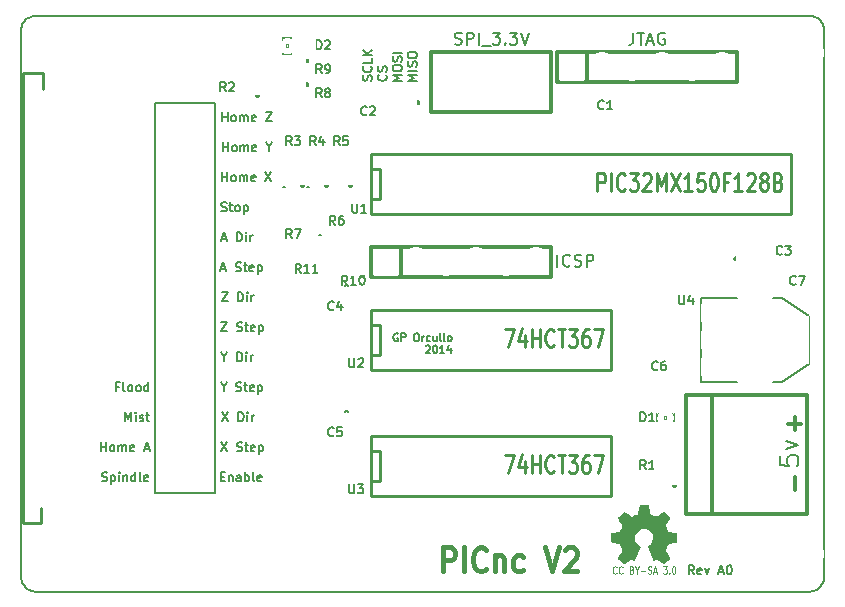
<source format=gto>
G04 (created by PCBNEW-RS274X (2012-apr-16-27)-stable) date Tuesday 03,June,2014 02:57:51 PM SGT*
G01*
G70*
G90*
%MOIN*%
G04 Gerber Fmt 3.4, Leading zero omitted, Abs format*
%FSLAX34Y34*%
G04 APERTURE LIST*
%ADD10C,0.006000*%
%ADD11C,0.005000*%
%ADD12C,0.017500*%
%ADD13C,0.010000*%
%ADD14C,0.012000*%
%ADD15C,0.008000*%
%ADD16C,0.000100*%
%ADD17C,0.002600*%
%ADD18C,0.004000*%
%ADD19C,0.011300*%
%ADD20C,0.015000*%
%ADD21R,0.220000X0.080000*%
%ADD22R,0.080000X0.100000*%
%ADD23R,0.080000X0.080000*%
%ADD24C,0.080000*%
%ADD25R,0.075000X0.075000*%
%ADD26C,0.075000*%
%ADD27C,0.120000*%
%ADD28R,0.055000X0.075000*%
%ADD29R,0.075000X0.055000*%
%ADD30R,0.100000X0.080000*%
%ADD31R,0.100000X0.164000*%
%ADD32R,0.100000X0.060000*%
%ADD33R,0.082900X0.090900*%
%ADD34R,0.090900X0.082900*%
G04 APERTURE END LIST*
G54D10*
X70900Y-32570D02*
X70898Y-32527D01*
X70892Y-32484D01*
X70882Y-32441D01*
X70869Y-32399D01*
X70853Y-32359D01*
X70833Y-32321D01*
X70809Y-32284D01*
X70783Y-32249D01*
X70753Y-32217D01*
X70721Y-32187D01*
X70686Y-32161D01*
X70650Y-32137D01*
X70611Y-32117D01*
X70571Y-32101D01*
X70529Y-32088D01*
X70486Y-32078D01*
X70443Y-32072D01*
X70400Y-32070D01*
X70400Y-51270D02*
X70443Y-51268D01*
X70486Y-51262D01*
X70529Y-51252D01*
X70571Y-51239D01*
X70611Y-51223D01*
X70650Y-51203D01*
X70686Y-51179D01*
X70721Y-51153D01*
X70753Y-51123D01*
X70783Y-51091D01*
X70809Y-51056D01*
X70833Y-51019D01*
X70853Y-50981D01*
X70869Y-50941D01*
X70882Y-50899D01*
X70892Y-50856D01*
X70898Y-50813D01*
X70900Y-50770D01*
X44130Y-50770D02*
X44130Y-32570D01*
X44130Y-50770D02*
X44132Y-50813D01*
X44138Y-50856D01*
X44148Y-50899D01*
X44161Y-50941D01*
X44177Y-50981D01*
X44197Y-51019D01*
X44221Y-51056D01*
X44247Y-51091D01*
X44277Y-51123D01*
X44309Y-51153D01*
X44344Y-51179D01*
X44381Y-51203D01*
X44419Y-51223D01*
X44459Y-51239D01*
X44501Y-51252D01*
X44544Y-51262D01*
X44587Y-51268D01*
X44630Y-51270D01*
X70420Y-51270D02*
X44630Y-51270D01*
X44630Y-32070D02*
X44587Y-32072D01*
X44544Y-32078D01*
X44501Y-32088D01*
X44459Y-32101D01*
X44419Y-32117D01*
X44381Y-32137D01*
X44344Y-32161D01*
X44309Y-32187D01*
X44277Y-32217D01*
X44247Y-32249D01*
X44221Y-32284D01*
X44197Y-32321D01*
X44177Y-32359D01*
X44161Y-32399D01*
X44148Y-32441D01*
X44138Y-32484D01*
X44132Y-32527D01*
X44130Y-32570D01*
G54D11*
X56685Y-42673D02*
X56662Y-42661D01*
X56626Y-42661D01*
X56590Y-42673D01*
X56566Y-42697D01*
X56555Y-42721D01*
X56543Y-42768D01*
X56543Y-42804D01*
X56555Y-42852D01*
X56566Y-42875D01*
X56590Y-42899D01*
X56626Y-42911D01*
X56650Y-42911D01*
X56685Y-42899D01*
X56697Y-42887D01*
X56697Y-42804D01*
X56650Y-42804D01*
X56805Y-42911D02*
X56805Y-42661D01*
X56900Y-42661D01*
X56924Y-42673D01*
X56935Y-42685D01*
X56947Y-42709D01*
X56947Y-42745D01*
X56935Y-42768D01*
X56924Y-42780D01*
X56900Y-42792D01*
X56805Y-42792D01*
X57292Y-42661D02*
X57340Y-42661D01*
X57364Y-42673D01*
X57387Y-42697D01*
X57399Y-42745D01*
X57399Y-42828D01*
X57387Y-42875D01*
X57364Y-42899D01*
X57340Y-42911D01*
X57292Y-42911D01*
X57268Y-42899D01*
X57245Y-42875D01*
X57233Y-42828D01*
X57233Y-42745D01*
X57245Y-42697D01*
X57268Y-42673D01*
X57292Y-42661D01*
X57507Y-42911D02*
X57507Y-42745D01*
X57507Y-42792D02*
X57518Y-42768D01*
X57530Y-42756D01*
X57554Y-42745D01*
X57578Y-42745D01*
X57769Y-42899D02*
X57745Y-42911D01*
X57697Y-42911D01*
X57673Y-42899D01*
X57662Y-42887D01*
X57650Y-42864D01*
X57650Y-42792D01*
X57662Y-42768D01*
X57673Y-42756D01*
X57697Y-42745D01*
X57745Y-42745D01*
X57769Y-42756D01*
X57983Y-42745D02*
X57983Y-42911D01*
X57876Y-42745D02*
X57876Y-42875D01*
X57887Y-42899D01*
X57911Y-42911D01*
X57947Y-42911D01*
X57971Y-42899D01*
X57983Y-42887D01*
X58137Y-42911D02*
X58113Y-42899D01*
X58102Y-42875D01*
X58102Y-42661D01*
X58268Y-42911D02*
X58244Y-42899D01*
X58233Y-42875D01*
X58233Y-42661D01*
X58399Y-42911D02*
X58375Y-42899D01*
X58364Y-42887D01*
X58352Y-42864D01*
X58352Y-42792D01*
X58364Y-42768D01*
X58375Y-42756D01*
X58399Y-42745D01*
X58435Y-42745D01*
X58459Y-42756D01*
X58471Y-42768D01*
X58483Y-42792D01*
X58483Y-42864D01*
X58471Y-42887D01*
X58459Y-42899D01*
X58435Y-42911D01*
X58399Y-42911D01*
X57626Y-43085D02*
X57638Y-43073D01*
X57661Y-43061D01*
X57721Y-43061D01*
X57745Y-43073D01*
X57757Y-43085D01*
X57768Y-43109D01*
X57768Y-43133D01*
X57757Y-43168D01*
X57614Y-43311D01*
X57768Y-43311D01*
X57923Y-43061D02*
X57947Y-43061D01*
X57971Y-43073D01*
X57983Y-43085D01*
X57995Y-43109D01*
X58006Y-43156D01*
X58006Y-43216D01*
X57995Y-43264D01*
X57983Y-43287D01*
X57971Y-43299D01*
X57947Y-43311D01*
X57923Y-43311D01*
X57899Y-43299D01*
X57887Y-43287D01*
X57876Y-43264D01*
X57864Y-43216D01*
X57864Y-43156D01*
X57876Y-43109D01*
X57887Y-43085D01*
X57899Y-43073D01*
X57923Y-43061D01*
X58244Y-43311D02*
X58102Y-43311D01*
X58173Y-43311D02*
X58173Y-43061D01*
X58149Y-43097D01*
X58125Y-43121D01*
X58102Y-43133D01*
X58459Y-43145D02*
X58459Y-43311D01*
X58399Y-43049D02*
X58340Y-43228D01*
X58494Y-43228D01*
G54D10*
X66564Y-50691D02*
X66464Y-50549D01*
X66392Y-50691D02*
X66392Y-50391D01*
X66507Y-50391D01*
X66535Y-50406D01*
X66550Y-50420D01*
X66564Y-50449D01*
X66564Y-50491D01*
X66550Y-50520D01*
X66535Y-50534D01*
X66507Y-50549D01*
X66392Y-50549D01*
X66807Y-50677D02*
X66778Y-50691D01*
X66721Y-50691D01*
X66692Y-50677D01*
X66678Y-50649D01*
X66678Y-50534D01*
X66692Y-50506D01*
X66721Y-50491D01*
X66778Y-50491D01*
X66807Y-50506D01*
X66821Y-50534D01*
X66821Y-50563D01*
X66678Y-50591D01*
X66921Y-50491D02*
X66992Y-50691D01*
X67064Y-50491D01*
X67393Y-50606D02*
X67536Y-50606D01*
X67365Y-50691D02*
X67465Y-50391D01*
X67565Y-50691D01*
X67722Y-50391D02*
X67750Y-50391D01*
X67779Y-50406D01*
X67793Y-50420D01*
X67807Y-50449D01*
X67822Y-50506D01*
X67822Y-50577D01*
X67807Y-50634D01*
X67793Y-50663D01*
X67779Y-50677D01*
X67750Y-50691D01*
X67722Y-50691D01*
X67693Y-50677D01*
X67679Y-50663D01*
X67664Y-50634D01*
X67650Y-50577D01*
X67650Y-50506D01*
X67664Y-50449D01*
X67679Y-50420D01*
X67693Y-50406D01*
X67722Y-50391D01*
G54D12*
X58184Y-50594D02*
X58184Y-49794D01*
X58450Y-49794D01*
X58517Y-49832D01*
X58550Y-49870D01*
X58584Y-49946D01*
X58584Y-50060D01*
X58550Y-50137D01*
X58517Y-50175D01*
X58450Y-50213D01*
X58184Y-50213D01*
X58884Y-50594D02*
X58884Y-49794D01*
X59617Y-50518D02*
X59583Y-50556D01*
X59483Y-50594D01*
X59417Y-50594D01*
X59317Y-50556D01*
X59250Y-50480D01*
X59217Y-50403D01*
X59183Y-50251D01*
X59183Y-50137D01*
X59217Y-49984D01*
X59250Y-49908D01*
X59317Y-49832D01*
X59417Y-49794D01*
X59483Y-49794D01*
X59583Y-49832D01*
X59617Y-49870D01*
X59917Y-50060D02*
X59917Y-50594D01*
X59917Y-50137D02*
X59950Y-50099D01*
X60017Y-50060D01*
X60117Y-50060D01*
X60183Y-50099D01*
X60217Y-50175D01*
X60217Y-50594D01*
X60850Y-50556D02*
X60783Y-50594D01*
X60650Y-50594D01*
X60583Y-50556D01*
X60550Y-50518D01*
X60516Y-50441D01*
X60516Y-50213D01*
X60550Y-50137D01*
X60583Y-50099D01*
X60650Y-50060D01*
X60783Y-50060D01*
X60850Y-50099D01*
X61583Y-49794D02*
X61816Y-50594D01*
X62049Y-49794D01*
X62249Y-49870D02*
X62283Y-49832D01*
X62349Y-49794D01*
X62516Y-49794D01*
X62583Y-49832D01*
X62616Y-49870D01*
X62649Y-49946D01*
X62649Y-50022D01*
X62616Y-50137D01*
X62216Y-50594D01*
X62649Y-50594D01*
G54D10*
X70900Y-32570D02*
X70900Y-50770D01*
X44630Y-32070D02*
X70420Y-32070D01*
G54D13*
X44850Y-34520D02*
X44850Y-33970D01*
X44850Y-33970D02*
X44200Y-33970D01*
X44800Y-48970D02*
X44200Y-48970D01*
X44800Y-48470D02*
X44800Y-48970D01*
X44200Y-33970D02*
X44200Y-48970D01*
G54D11*
X67600Y-40420D02*
X67600Y-41320D01*
X67600Y-41320D02*
X68250Y-41320D01*
X68950Y-40420D02*
X69600Y-40420D01*
X69600Y-40420D02*
X69600Y-41320D01*
X69600Y-41320D02*
X68950Y-41320D01*
X68250Y-40420D02*
X67600Y-40420D01*
G54D14*
X62000Y-34270D02*
X62000Y-33270D01*
X62000Y-33270D02*
X68000Y-33270D01*
X68000Y-33270D02*
X68000Y-34270D01*
X68000Y-34270D02*
X62000Y-34270D01*
X63000Y-34270D02*
X63000Y-33270D01*
G54D15*
X50600Y-47970D02*
X50600Y-34970D01*
X48600Y-34970D02*
X48600Y-47970D01*
X48600Y-47970D02*
X50600Y-47970D01*
X50600Y-34970D02*
X48600Y-34970D01*
G54D13*
X55800Y-46570D02*
X56100Y-46570D01*
X56100Y-46570D02*
X56100Y-47570D01*
X56100Y-47570D02*
X55800Y-47570D01*
X63800Y-46070D02*
X63800Y-48070D01*
X63800Y-48070D02*
X55800Y-48070D01*
X55800Y-48070D02*
X55800Y-46070D01*
X55800Y-46070D02*
X63800Y-46070D01*
G54D14*
X57800Y-33270D02*
X61800Y-33270D01*
X61800Y-33270D02*
X61800Y-35270D01*
X61800Y-35270D02*
X57800Y-35270D01*
X57800Y-35270D02*
X57800Y-33270D01*
X70326Y-48673D02*
X66310Y-48673D01*
X67176Y-48655D02*
X67176Y-44717D01*
X70326Y-44717D02*
X70326Y-48655D01*
X66310Y-48655D02*
X66310Y-44717D01*
X66310Y-44717D02*
X70326Y-44717D01*
G54D13*
X55800Y-42370D02*
X56100Y-42370D01*
X56100Y-42370D02*
X56100Y-43370D01*
X56100Y-43370D02*
X55800Y-43370D01*
X63800Y-41870D02*
X63800Y-43870D01*
X63800Y-43870D02*
X55800Y-43870D01*
X55800Y-43870D02*
X55800Y-41870D01*
X55800Y-41870D02*
X63800Y-41870D01*
X55800Y-37170D02*
X56100Y-37170D01*
X56100Y-37170D02*
X56100Y-38170D01*
X56100Y-38170D02*
X55800Y-38170D01*
X69800Y-36670D02*
X69800Y-38670D01*
X69800Y-38670D02*
X55800Y-38670D01*
X55800Y-38670D02*
X55800Y-36670D01*
X55800Y-36670D02*
X69800Y-36670D01*
G54D16*
G36*
X64236Y-50354D02*
X64248Y-50348D01*
X64273Y-50332D01*
X64310Y-50308D01*
X64353Y-50279D01*
X64397Y-50249D01*
X64432Y-50225D01*
X64457Y-50209D01*
X64468Y-50204D01*
X64473Y-50206D01*
X64494Y-50216D01*
X64524Y-50231D01*
X64541Y-50240D01*
X64569Y-50252D01*
X64582Y-50254D01*
X64585Y-50251D01*
X64595Y-50230D01*
X64610Y-50194D01*
X64631Y-50146D01*
X64655Y-50091D01*
X64680Y-50031D01*
X64706Y-49970D01*
X64730Y-49911D01*
X64751Y-49859D01*
X64768Y-49816D01*
X64780Y-49787D01*
X64784Y-49774D01*
X64783Y-49771D01*
X64769Y-49758D01*
X64745Y-49740D01*
X64693Y-49698D01*
X64642Y-49634D01*
X64611Y-49561D01*
X64600Y-49481D01*
X64609Y-49406D01*
X64639Y-49334D01*
X64689Y-49270D01*
X64749Y-49222D01*
X64820Y-49191D01*
X64900Y-49182D01*
X64976Y-49190D01*
X65049Y-49219D01*
X65114Y-49268D01*
X65141Y-49300D01*
X65179Y-49365D01*
X65200Y-49435D01*
X65203Y-49453D01*
X65199Y-49530D01*
X65177Y-49603D01*
X65136Y-49669D01*
X65080Y-49723D01*
X65073Y-49729D01*
X65046Y-49748D01*
X65029Y-49762D01*
X65015Y-49773D01*
X65113Y-50009D01*
X65129Y-50046D01*
X65156Y-50111D01*
X65179Y-50166D01*
X65198Y-50210D01*
X65211Y-50240D01*
X65217Y-50252D01*
X65218Y-50252D01*
X65226Y-50254D01*
X65244Y-50247D01*
X65277Y-50231D01*
X65299Y-50220D01*
X65324Y-50208D01*
X65335Y-50204D01*
X65345Y-50209D01*
X65369Y-50224D01*
X65404Y-50248D01*
X65446Y-50277D01*
X65486Y-50304D01*
X65523Y-50328D01*
X65550Y-50345D01*
X65563Y-50352D01*
X65565Y-50352D01*
X65577Y-50346D01*
X65598Y-50328D01*
X65630Y-50298D01*
X65676Y-50253D01*
X65683Y-50246D01*
X65720Y-50208D01*
X65750Y-50176D01*
X65771Y-50154D01*
X65778Y-50143D01*
X65778Y-50143D01*
X65771Y-50130D01*
X65754Y-50104D01*
X65730Y-50066D01*
X65700Y-50022D01*
X65622Y-49909D01*
X65665Y-49802D01*
X65678Y-49769D01*
X65695Y-49729D01*
X65707Y-49701D01*
X65713Y-49688D01*
X65725Y-49684D01*
X65754Y-49677D01*
X65797Y-49668D01*
X65848Y-49659D01*
X65896Y-49650D01*
X65939Y-49642D01*
X65971Y-49636D01*
X65985Y-49633D01*
X65989Y-49631D01*
X65991Y-49624D01*
X65993Y-49609D01*
X65994Y-49583D01*
X65995Y-49541D01*
X65995Y-49481D01*
X65995Y-49474D01*
X65994Y-49416D01*
X65993Y-49371D01*
X65992Y-49341D01*
X65990Y-49329D01*
X65990Y-49329D01*
X65976Y-49326D01*
X65945Y-49319D01*
X65902Y-49311D01*
X65850Y-49301D01*
X65846Y-49300D01*
X65795Y-49290D01*
X65751Y-49281D01*
X65721Y-49274D01*
X65708Y-49270D01*
X65705Y-49266D01*
X65695Y-49246D01*
X65680Y-49214D01*
X65663Y-49175D01*
X65646Y-49134D01*
X65631Y-49098D01*
X65621Y-49070D01*
X65618Y-49058D01*
X65619Y-49058D01*
X65626Y-49045D01*
X65644Y-49018D01*
X65669Y-48981D01*
X65700Y-48937D01*
X65702Y-48934D01*
X65732Y-48890D01*
X65756Y-48853D01*
X65772Y-48826D01*
X65778Y-48814D01*
X65778Y-48814D01*
X65768Y-48801D01*
X65746Y-48776D01*
X65714Y-48742D01*
X65675Y-48704D01*
X65663Y-48692D01*
X65621Y-48650D01*
X65591Y-48623D01*
X65573Y-48608D01*
X65564Y-48605D01*
X65563Y-48605D01*
X65550Y-48613D01*
X65523Y-48631D01*
X65485Y-48657D01*
X65441Y-48687D01*
X65438Y-48689D01*
X65394Y-48719D01*
X65357Y-48744D01*
X65331Y-48761D01*
X65320Y-48768D01*
X65318Y-48768D01*
X65300Y-48762D01*
X65269Y-48751D01*
X65231Y-48737D01*
X65190Y-48720D01*
X65154Y-48705D01*
X65126Y-48692D01*
X65113Y-48685D01*
X65113Y-48684D01*
X65108Y-48669D01*
X65100Y-48636D01*
X65091Y-48591D01*
X65081Y-48537D01*
X65079Y-48528D01*
X65069Y-48476D01*
X65061Y-48433D01*
X65055Y-48403D01*
X65052Y-48391D01*
X65044Y-48389D01*
X65019Y-48387D01*
X64980Y-48386D01*
X64933Y-48386D01*
X64884Y-48386D01*
X64835Y-48387D01*
X64794Y-48389D01*
X64764Y-48391D01*
X64752Y-48393D01*
X64752Y-48394D01*
X64747Y-48410D01*
X64740Y-48443D01*
X64731Y-48488D01*
X64720Y-48542D01*
X64718Y-48552D01*
X64709Y-48604D01*
X64700Y-48646D01*
X64694Y-48676D01*
X64690Y-48687D01*
X64686Y-48690D01*
X64664Y-48699D01*
X64629Y-48714D01*
X64586Y-48731D01*
X64486Y-48772D01*
X64363Y-48687D01*
X64351Y-48680D01*
X64307Y-48650D01*
X64271Y-48625D01*
X64246Y-48609D01*
X64235Y-48603D01*
X64234Y-48604D01*
X64222Y-48614D01*
X64198Y-48637D01*
X64164Y-48670D01*
X64126Y-48708D01*
X64097Y-48737D01*
X64063Y-48771D01*
X64042Y-48794D01*
X64030Y-48809D01*
X64026Y-48818D01*
X64027Y-48824D01*
X64035Y-48837D01*
X64053Y-48864D01*
X64078Y-48901D01*
X64108Y-48945D01*
X64133Y-48981D01*
X64159Y-49022D01*
X64177Y-49052D01*
X64183Y-49066D01*
X64181Y-49072D01*
X64173Y-49096D01*
X64158Y-49133D01*
X64140Y-49176D01*
X64097Y-49273D01*
X64033Y-49286D01*
X63994Y-49293D01*
X63940Y-49303D01*
X63889Y-49313D01*
X63808Y-49329D01*
X63805Y-49625D01*
X63817Y-49631D01*
X63829Y-49634D01*
X63859Y-49641D01*
X63902Y-49649D01*
X63952Y-49659D01*
X63995Y-49667D01*
X64039Y-49675D01*
X64070Y-49681D01*
X64084Y-49684D01*
X64087Y-49688D01*
X64098Y-49709D01*
X64113Y-49743D01*
X64130Y-49783D01*
X64148Y-49824D01*
X64163Y-49863D01*
X64174Y-49892D01*
X64178Y-49907D01*
X64172Y-49918D01*
X64155Y-49944D01*
X64131Y-49980D01*
X64102Y-50023D01*
X64073Y-50066D01*
X64048Y-50103D01*
X64031Y-50129D01*
X64023Y-50141D01*
X64027Y-50150D01*
X64044Y-50170D01*
X64077Y-50204D01*
X64125Y-50252D01*
X64133Y-50259D01*
X64171Y-50296D01*
X64204Y-50326D01*
X64226Y-50346D01*
X64236Y-50354D01*
X64236Y-50354D01*
G37*
G54D14*
X55800Y-40770D02*
X55800Y-39770D01*
X55800Y-39770D02*
X61800Y-39770D01*
X61800Y-39770D02*
X61800Y-40770D01*
X61800Y-40770D02*
X55800Y-40770D01*
X56800Y-40770D02*
X56800Y-39770D01*
G54D11*
X68000Y-40170D02*
X67999Y-40179D01*
X67996Y-40189D01*
X67991Y-40197D01*
X67985Y-40205D01*
X67977Y-40211D01*
X67969Y-40216D01*
X67960Y-40218D01*
X67950Y-40219D01*
X67941Y-40219D01*
X67932Y-40216D01*
X67923Y-40211D01*
X67916Y-40205D01*
X67909Y-40198D01*
X67905Y-40189D01*
X67902Y-40180D01*
X67901Y-40170D01*
X67901Y-40161D01*
X67904Y-40152D01*
X67908Y-40143D01*
X67915Y-40136D01*
X67922Y-40129D01*
X67930Y-40125D01*
X67940Y-40122D01*
X67949Y-40121D01*
X67958Y-40121D01*
X67968Y-40124D01*
X67976Y-40128D01*
X67984Y-40134D01*
X67990Y-40142D01*
X67995Y-40150D01*
X67998Y-40159D01*
X67999Y-40169D01*
X68000Y-40170D01*
X68400Y-40170D02*
X68000Y-40170D01*
X68000Y-40170D02*
X68000Y-39570D01*
X68000Y-39570D02*
X68400Y-39570D01*
X68800Y-39570D02*
X69200Y-39570D01*
X69200Y-39570D02*
X69200Y-40170D01*
X69200Y-40170D02*
X68800Y-40170D01*
X65950Y-47720D02*
X65949Y-47729D01*
X65946Y-47739D01*
X65941Y-47747D01*
X65935Y-47755D01*
X65927Y-47761D01*
X65919Y-47766D01*
X65910Y-47768D01*
X65900Y-47769D01*
X65891Y-47769D01*
X65882Y-47766D01*
X65873Y-47761D01*
X65866Y-47755D01*
X65859Y-47748D01*
X65855Y-47739D01*
X65852Y-47730D01*
X65851Y-47720D01*
X65851Y-47711D01*
X65854Y-47702D01*
X65858Y-47693D01*
X65865Y-47686D01*
X65872Y-47679D01*
X65880Y-47675D01*
X65890Y-47672D01*
X65899Y-47671D01*
X65908Y-47671D01*
X65918Y-47674D01*
X65926Y-47678D01*
X65934Y-47684D01*
X65940Y-47692D01*
X65945Y-47700D01*
X65948Y-47709D01*
X65949Y-47719D01*
X65950Y-47720D01*
X65900Y-47270D02*
X65900Y-47670D01*
X65900Y-47670D02*
X65300Y-47670D01*
X65300Y-47670D02*
X65300Y-47270D01*
X65300Y-46870D02*
X65300Y-46470D01*
X65300Y-46470D02*
X65900Y-46470D01*
X65900Y-46470D02*
X65900Y-46870D01*
X52050Y-34720D02*
X52049Y-34729D01*
X52046Y-34739D01*
X52041Y-34747D01*
X52035Y-34755D01*
X52027Y-34761D01*
X52019Y-34766D01*
X52010Y-34768D01*
X52000Y-34769D01*
X51991Y-34769D01*
X51982Y-34766D01*
X51973Y-34761D01*
X51966Y-34755D01*
X51959Y-34748D01*
X51955Y-34739D01*
X51952Y-34730D01*
X51951Y-34720D01*
X51951Y-34711D01*
X51954Y-34702D01*
X51958Y-34693D01*
X51965Y-34686D01*
X51972Y-34679D01*
X51980Y-34675D01*
X51990Y-34672D01*
X51999Y-34671D01*
X52008Y-34671D01*
X52018Y-34674D01*
X52026Y-34678D01*
X52034Y-34684D01*
X52040Y-34692D01*
X52045Y-34700D01*
X52048Y-34709D01*
X52049Y-34719D01*
X52050Y-34720D01*
X52000Y-34270D02*
X52000Y-34670D01*
X52000Y-34670D02*
X51400Y-34670D01*
X51400Y-34670D02*
X51400Y-34270D01*
X51400Y-33870D02*
X51400Y-33470D01*
X51400Y-33470D02*
X52000Y-33470D01*
X52000Y-33470D02*
X52000Y-33870D01*
X53550Y-37720D02*
X53549Y-37729D01*
X53546Y-37739D01*
X53541Y-37747D01*
X53535Y-37755D01*
X53527Y-37761D01*
X53519Y-37766D01*
X53510Y-37768D01*
X53500Y-37769D01*
X53491Y-37769D01*
X53482Y-37766D01*
X53473Y-37761D01*
X53466Y-37755D01*
X53459Y-37748D01*
X53455Y-37739D01*
X53452Y-37730D01*
X53451Y-37720D01*
X53451Y-37711D01*
X53454Y-37702D01*
X53458Y-37693D01*
X53465Y-37686D01*
X53472Y-37679D01*
X53480Y-37675D01*
X53490Y-37672D01*
X53499Y-37671D01*
X53508Y-37671D01*
X53518Y-37674D01*
X53526Y-37678D01*
X53534Y-37684D01*
X53540Y-37692D01*
X53545Y-37700D01*
X53548Y-37709D01*
X53549Y-37719D01*
X53550Y-37720D01*
X53500Y-37270D02*
X53500Y-37670D01*
X53500Y-37670D02*
X52900Y-37670D01*
X52900Y-37670D02*
X52900Y-37270D01*
X52900Y-36870D02*
X52900Y-36470D01*
X52900Y-36470D02*
X53500Y-36470D01*
X53500Y-36470D02*
X53500Y-36870D01*
X54350Y-37720D02*
X54349Y-37729D01*
X54346Y-37739D01*
X54341Y-37747D01*
X54335Y-37755D01*
X54327Y-37761D01*
X54319Y-37766D01*
X54310Y-37768D01*
X54300Y-37769D01*
X54291Y-37769D01*
X54282Y-37766D01*
X54273Y-37761D01*
X54266Y-37755D01*
X54259Y-37748D01*
X54255Y-37739D01*
X54252Y-37730D01*
X54251Y-37720D01*
X54251Y-37711D01*
X54254Y-37702D01*
X54258Y-37693D01*
X54265Y-37686D01*
X54272Y-37679D01*
X54280Y-37675D01*
X54290Y-37672D01*
X54299Y-37671D01*
X54308Y-37671D01*
X54318Y-37674D01*
X54326Y-37678D01*
X54334Y-37684D01*
X54340Y-37692D01*
X54345Y-37700D01*
X54348Y-37709D01*
X54349Y-37719D01*
X54350Y-37720D01*
X54300Y-37270D02*
X54300Y-37670D01*
X54300Y-37670D02*
X53700Y-37670D01*
X53700Y-37670D02*
X53700Y-37270D01*
X53700Y-36870D02*
X53700Y-36470D01*
X53700Y-36470D02*
X54300Y-36470D01*
X54300Y-36470D02*
X54300Y-36870D01*
X53750Y-37820D02*
X53749Y-37829D01*
X53746Y-37839D01*
X53741Y-37847D01*
X53735Y-37855D01*
X53727Y-37861D01*
X53719Y-37866D01*
X53710Y-37868D01*
X53700Y-37869D01*
X53691Y-37869D01*
X53682Y-37866D01*
X53673Y-37861D01*
X53666Y-37855D01*
X53659Y-37848D01*
X53655Y-37839D01*
X53652Y-37830D01*
X53651Y-37820D01*
X53651Y-37811D01*
X53654Y-37802D01*
X53658Y-37793D01*
X53665Y-37786D01*
X53672Y-37779D01*
X53680Y-37775D01*
X53690Y-37772D01*
X53699Y-37771D01*
X53708Y-37771D01*
X53718Y-37774D01*
X53726Y-37778D01*
X53734Y-37784D01*
X53740Y-37792D01*
X53745Y-37800D01*
X53748Y-37809D01*
X53749Y-37819D01*
X53750Y-37820D01*
X53700Y-38270D02*
X53700Y-37870D01*
X53700Y-37870D02*
X54300Y-37870D01*
X54300Y-37870D02*
X54300Y-38270D01*
X54300Y-38670D02*
X54300Y-39070D01*
X54300Y-39070D02*
X53700Y-39070D01*
X53700Y-39070D02*
X53700Y-38670D01*
X52950Y-37820D02*
X52949Y-37829D01*
X52946Y-37839D01*
X52941Y-37847D01*
X52935Y-37855D01*
X52927Y-37861D01*
X52919Y-37866D01*
X52910Y-37868D01*
X52900Y-37869D01*
X52891Y-37869D01*
X52882Y-37866D01*
X52873Y-37861D01*
X52866Y-37855D01*
X52859Y-37848D01*
X52855Y-37839D01*
X52852Y-37830D01*
X52851Y-37820D01*
X52851Y-37811D01*
X52854Y-37802D01*
X52858Y-37793D01*
X52865Y-37786D01*
X52872Y-37779D01*
X52880Y-37775D01*
X52890Y-37772D01*
X52899Y-37771D01*
X52908Y-37771D01*
X52918Y-37774D01*
X52926Y-37778D01*
X52934Y-37784D01*
X52940Y-37792D01*
X52945Y-37800D01*
X52948Y-37809D01*
X52949Y-37819D01*
X52950Y-37820D01*
X52900Y-38270D02*
X52900Y-37870D01*
X52900Y-37870D02*
X53500Y-37870D01*
X53500Y-37870D02*
X53500Y-38270D01*
X53500Y-38670D02*
X53500Y-39070D01*
X53500Y-39070D02*
X52900Y-39070D01*
X52900Y-39070D02*
X52900Y-38670D01*
X53700Y-34370D02*
X53699Y-34379D01*
X53696Y-34389D01*
X53691Y-34397D01*
X53685Y-34405D01*
X53677Y-34411D01*
X53669Y-34416D01*
X53660Y-34418D01*
X53650Y-34419D01*
X53641Y-34419D01*
X53632Y-34416D01*
X53623Y-34411D01*
X53616Y-34405D01*
X53609Y-34398D01*
X53605Y-34389D01*
X53602Y-34380D01*
X53601Y-34370D01*
X53601Y-34361D01*
X53604Y-34352D01*
X53608Y-34343D01*
X53615Y-34336D01*
X53622Y-34329D01*
X53630Y-34325D01*
X53640Y-34322D01*
X53649Y-34321D01*
X53658Y-34321D01*
X53668Y-34324D01*
X53676Y-34328D01*
X53684Y-34334D01*
X53690Y-34342D01*
X53695Y-34350D01*
X53698Y-34359D01*
X53699Y-34369D01*
X53700Y-34370D01*
X53200Y-34370D02*
X53600Y-34370D01*
X53600Y-34370D02*
X53600Y-34970D01*
X53600Y-34970D02*
X53200Y-34970D01*
X52800Y-34970D02*
X52400Y-34970D01*
X52400Y-34970D02*
X52400Y-34370D01*
X52400Y-34370D02*
X52800Y-34370D01*
X53700Y-33570D02*
X53699Y-33579D01*
X53696Y-33589D01*
X53691Y-33597D01*
X53685Y-33605D01*
X53677Y-33611D01*
X53669Y-33616D01*
X53660Y-33618D01*
X53650Y-33619D01*
X53641Y-33619D01*
X53632Y-33616D01*
X53623Y-33611D01*
X53616Y-33605D01*
X53609Y-33598D01*
X53605Y-33589D01*
X53602Y-33580D01*
X53601Y-33570D01*
X53601Y-33561D01*
X53604Y-33552D01*
X53608Y-33543D01*
X53615Y-33536D01*
X53622Y-33529D01*
X53630Y-33525D01*
X53640Y-33522D01*
X53649Y-33521D01*
X53658Y-33521D01*
X53668Y-33524D01*
X53676Y-33528D01*
X53684Y-33534D01*
X53690Y-33542D01*
X53695Y-33550D01*
X53698Y-33559D01*
X53699Y-33569D01*
X53700Y-33570D01*
X53200Y-33570D02*
X53600Y-33570D01*
X53600Y-33570D02*
X53600Y-34170D01*
X53600Y-34170D02*
X53200Y-34170D01*
X52800Y-34170D02*
X52400Y-34170D01*
X52400Y-34170D02*
X52400Y-33570D01*
X52400Y-33570D02*
X52800Y-33570D01*
X55550Y-40720D02*
X55549Y-40729D01*
X55546Y-40739D01*
X55541Y-40747D01*
X55535Y-40755D01*
X55527Y-40761D01*
X55519Y-40766D01*
X55510Y-40768D01*
X55500Y-40769D01*
X55491Y-40769D01*
X55482Y-40766D01*
X55473Y-40761D01*
X55466Y-40755D01*
X55459Y-40748D01*
X55455Y-40739D01*
X55452Y-40730D01*
X55451Y-40720D01*
X55451Y-40711D01*
X55454Y-40702D01*
X55458Y-40693D01*
X55465Y-40686D01*
X55472Y-40679D01*
X55480Y-40675D01*
X55490Y-40672D01*
X55499Y-40671D01*
X55508Y-40671D01*
X55518Y-40674D01*
X55526Y-40678D01*
X55534Y-40684D01*
X55540Y-40692D01*
X55545Y-40700D01*
X55548Y-40709D01*
X55549Y-40719D01*
X55550Y-40720D01*
X55500Y-40270D02*
X55500Y-40670D01*
X55500Y-40670D02*
X54900Y-40670D01*
X54900Y-40670D02*
X54900Y-40270D01*
X54900Y-39870D02*
X54900Y-39470D01*
X54900Y-39470D02*
X55500Y-39470D01*
X55500Y-39470D02*
X55500Y-39870D01*
X55150Y-37720D02*
X55149Y-37729D01*
X55146Y-37739D01*
X55141Y-37747D01*
X55135Y-37755D01*
X55127Y-37761D01*
X55119Y-37766D01*
X55110Y-37768D01*
X55100Y-37769D01*
X55091Y-37769D01*
X55082Y-37766D01*
X55073Y-37761D01*
X55066Y-37755D01*
X55059Y-37748D01*
X55055Y-37739D01*
X55052Y-37730D01*
X55051Y-37720D01*
X55051Y-37711D01*
X55054Y-37702D01*
X55058Y-37693D01*
X55065Y-37686D01*
X55072Y-37679D01*
X55080Y-37675D01*
X55090Y-37672D01*
X55099Y-37671D01*
X55108Y-37671D01*
X55118Y-37674D01*
X55126Y-37678D01*
X55134Y-37684D01*
X55140Y-37692D01*
X55145Y-37700D01*
X55148Y-37709D01*
X55149Y-37719D01*
X55150Y-37720D01*
X55100Y-37270D02*
X55100Y-37670D01*
X55100Y-37670D02*
X54500Y-37670D01*
X54500Y-37670D02*
X54500Y-37270D01*
X54500Y-36870D02*
X54500Y-36470D01*
X54500Y-36470D02*
X55100Y-36470D01*
X55100Y-36470D02*
X55100Y-36870D01*
X64000Y-34620D02*
X64000Y-35520D01*
X64000Y-35520D02*
X64650Y-35520D01*
X65350Y-34620D02*
X66000Y-34620D01*
X66000Y-34620D02*
X66000Y-35520D01*
X66000Y-35520D02*
X65350Y-35520D01*
X64650Y-34620D02*
X64000Y-34620D01*
X65750Y-43870D02*
X66650Y-43870D01*
X66650Y-43870D02*
X66650Y-43220D01*
X65750Y-42520D02*
X65750Y-41870D01*
X65750Y-41870D02*
X66650Y-41870D01*
X66650Y-41870D02*
X66650Y-42520D01*
X65750Y-43220D02*
X65750Y-43870D01*
G54D15*
X68000Y-41470D02*
X66800Y-41470D01*
X66800Y-41470D02*
X66800Y-44270D01*
X66800Y-44270D02*
X68000Y-44270D01*
X69200Y-41470D02*
X69500Y-41470D01*
X69500Y-41470D02*
X70400Y-42070D01*
X70400Y-42070D02*
X70400Y-43670D01*
X70400Y-43670D02*
X69500Y-44270D01*
X69500Y-44270D02*
X69200Y-44270D01*
G54D17*
X53039Y-33031D02*
X52961Y-33031D01*
X52961Y-33031D02*
X52961Y-33109D01*
X53039Y-33109D02*
X52961Y-33109D01*
X53039Y-33031D02*
X53039Y-33109D01*
X52823Y-32795D02*
X52686Y-32795D01*
X52686Y-32795D02*
X52686Y-32893D01*
X52823Y-32893D02*
X52686Y-32893D01*
X52823Y-32795D02*
X52823Y-32893D01*
X52686Y-32795D02*
X52646Y-32795D01*
X52646Y-32795D02*
X52646Y-33266D01*
X52686Y-33266D02*
X52646Y-33266D01*
X52686Y-32795D02*
X52686Y-33266D01*
X52686Y-33286D02*
X52646Y-33286D01*
X52646Y-33286D02*
X52646Y-33345D01*
X52686Y-33345D02*
X52646Y-33345D01*
X52686Y-33286D02*
X52686Y-33345D01*
X53354Y-32795D02*
X53314Y-32795D01*
X53314Y-32795D02*
X53314Y-33266D01*
X53354Y-33266D02*
X53314Y-33266D01*
X53354Y-32795D02*
X53354Y-33266D01*
X53354Y-33286D02*
X53314Y-33286D01*
X53314Y-33286D02*
X53314Y-33345D01*
X53354Y-33345D02*
X53314Y-33345D01*
X53354Y-33286D02*
X53354Y-33345D01*
X52823Y-32795D02*
X52764Y-32795D01*
X52764Y-32795D02*
X52764Y-32893D01*
X52823Y-32893D02*
X52764Y-32893D01*
X52823Y-32795D02*
X52823Y-32893D01*
G54D18*
X52390Y-32775D02*
X53610Y-32775D01*
X53610Y-32775D02*
X53610Y-33365D01*
X53610Y-33365D02*
X52390Y-33365D01*
X52390Y-33365D02*
X52390Y-32775D01*
X53214Y-32874D02*
X53196Y-32856D01*
X53177Y-32840D01*
X53156Y-32825D01*
X53134Y-32813D01*
X53111Y-32802D01*
X53087Y-32793D01*
X53063Y-32787D01*
X53038Y-32782D01*
X53013Y-32780D01*
X52988Y-32780D01*
X52963Y-32782D01*
X52938Y-32786D01*
X52913Y-32793D01*
X52890Y-32801D01*
X52867Y-32812D01*
X52845Y-32825D01*
X52824Y-32839D01*
X52804Y-32856D01*
X52786Y-32874D01*
X52785Y-32875D01*
X53215Y-33265D02*
X53231Y-33246D01*
X53245Y-33225D01*
X53258Y-33203D01*
X53269Y-33180D01*
X53277Y-33156D01*
X53284Y-33131D01*
X53288Y-33106D01*
X53290Y-33081D01*
X53290Y-33057D01*
X53288Y-33032D01*
X53283Y-33007D01*
X53277Y-32982D01*
X53268Y-32958D01*
X53257Y-32935D01*
X53244Y-32913D01*
X53230Y-32893D01*
X53215Y-32875D01*
X52786Y-33266D02*
X52804Y-33284D01*
X52823Y-33300D01*
X52844Y-33315D01*
X52866Y-33327D01*
X52889Y-33338D01*
X52913Y-33347D01*
X52937Y-33353D01*
X52962Y-33358D01*
X52987Y-33360D01*
X53012Y-33360D01*
X53037Y-33358D01*
X53062Y-33354D01*
X53087Y-33347D01*
X53110Y-33339D01*
X53133Y-33328D01*
X53155Y-33315D01*
X53176Y-33301D01*
X53196Y-33284D01*
X53214Y-33266D01*
X53215Y-33265D01*
X52785Y-32875D02*
X52769Y-32894D01*
X52755Y-32915D01*
X52742Y-32937D01*
X52731Y-32960D01*
X52723Y-32984D01*
X52716Y-33009D01*
X52712Y-33034D01*
X52710Y-33059D01*
X52710Y-33083D01*
X52712Y-33108D01*
X52717Y-33133D01*
X52723Y-33158D01*
X52732Y-33182D01*
X52743Y-33205D01*
X52756Y-33227D01*
X52770Y-33247D01*
X52785Y-33265D01*
G54D17*
X65561Y-45431D02*
X65561Y-45509D01*
X65561Y-45509D02*
X65639Y-45509D01*
X65639Y-45431D02*
X65639Y-45509D01*
X65561Y-45431D02*
X65639Y-45431D01*
X65325Y-45647D02*
X65325Y-45784D01*
X65325Y-45784D02*
X65423Y-45784D01*
X65423Y-45647D02*
X65423Y-45784D01*
X65325Y-45647D02*
X65423Y-45647D01*
X65325Y-45784D02*
X65325Y-45824D01*
X65325Y-45824D02*
X65796Y-45824D01*
X65796Y-45784D02*
X65796Y-45824D01*
X65325Y-45784D02*
X65796Y-45784D01*
X65816Y-45784D02*
X65816Y-45824D01*
X65816Y-45824D02*
X65875Y-45824D01*
X65875Y-45784D02*
X65875Y-45824D01*
X65816Y-45784D02*
X65875Y-45784D01*
X65325Y-45116D02*
X65325Y-45156D01*
X65325Y-45156D02*
X65796Y-45156D01*
X65796Y-45116D02*
X65796Y-45156D01*
X65325Y-45116D02*
X65796Y-45116D01*
X65816Y-45116D02*
X65816Y-45156D01*
X65816Y-45156D02*
X65875Y-45156D01*
X65875Y-45116D02*
X65875Y-45156D01*
X65816Y-45116D02*
X65875Y-45116D01*
X65325Y-45647D02*
X65325Y-45706D01*
X65325Y-45706D02*
X65423Y-45706D01*
X65423Y-45647D02*
X65423Y-45706D01*
X65325Y-45647D02*
X65423Y-45647D01*
G54D18*
X65305Y-46080D02*
X65305Y-44860D01*
X65305Y-44860D02*
X65895Y-44860D01*
X65895Y-44860D02*
X65895Y-46080D01*
X65895Y-46080D02*
X65305Y-46080D01*
X65404Y-45256D02*
X65386Y-45274D01*
X65370Y-45293D01*
X65355Y-45314D01*
X65343Y-45336D01*
X65332Y-45359D01*
X65323Y-45383D01*
X65317Y-45407D01*
X65312Y-45432D01*
X65310Y-45457D01*
X65310Y-45482D01*
X65312Y-45507D01*
X65316Y-45532D01*
X65323Y-45557D01*
X65331Y-45580D01*
X65342Y-45603D01*
X65355Y-45625D01*
X65369Y-45646D01*
X65386Y-45666D01*
X65404Y-45684D01*
X65405Y-45685D01*
X65795Y-45255D02*
X65776Y-45239D01*
X65755Y-45225D01*
X65733Y-45212D01*
X65710Y-45201D01*
X65686Y-45193D01*
X65661Y-45186D01*
X65636Y-45182D01*
X65611Y-45180D01*
X65587Y-45180D01*
X65562Y-45182D01*
X65537Y-45187D01*
X65512Y-45193D01*
X65488Y-45202D01*
X65465Y-45213D01*
X65443Y-45226D01*
X65423Y-45240D01*
X65405Y-45255D01*
X65796Y-45684D02*
X65814Y-45666D01*
X65830Y-45647D01*
X65845Y-45626D01*
X65857Y-45604D01*
X65868Y-45581D01*
X65877Y-45557D01*
X65883Y-45533D01*
X65888Y-45508D01*
X65890Y-45483D01*
X65890Y-45458D01*
X65888Y-45433D01*
X65884Y-45408D01*
X65877Y-45383D01*
X65869Y-45360D01*
X65858Y-45337D01*
X65845Y-45315D01*
X65831Y-45294D01*
X65814Y-45274D01*
X65796Y-45256D01*
X65795Y-45255D01*
X65405Y-45685D02*
X65424Y-45701D01*
X65445Y-45715D01*
X65467Y-45728D01*
X65490Y-45739D01*
X65514Y-45747D01*
X65539Y-45754D01*
X65564Y-45758D01*
X65589Y-45760D01*
X65613Y-45760D01*
X65638Y-45758D01*
X65663Y-45753D01*
X65688Y-45747D01*
X65712Y-45738D01*
X65735Y-45727D01*
X65757Y-45714D01*
X65777Y-45700D01*
X65795Y-45685D01*
G54D11*
X57400Y-34970D02*
X57399Y-34979D01*
X57396Y-34989D01*
X57391Y-34997D01*
X57385Y-35005D01*
X57377Y-35011D01*
X57369Y-35016D01*
X57360Y-35018D01*
X57350Y-35019D01*
X57341Y-35019D01*
X57332Y-35016D01*
X57323Y-35011D01*
X57316Y-35005D01*
X57309Y-34998D01*
X57305Y-34989D01*
X57302Y-34980D01*
X57301Y-34970D01*
X57301Y-34961D01*
X57304Y-34952D01*
X57308Y-34943D01*
X57315Y-34936D01*
X57322Y-34929D01*
X57330Y-34925D01*
X57340Y-34922D01*
X57349Y-34921D01*
X57358Y-34921D01*
X57368Y-34924D01*
X57376Y-34928D01*
X57384Y-34934D01*
X57390Y-34942D01*
X57395Y-34950D01*
X57398Y-34959D01*
X57399Y-34969D01*
X57400Y-34970D01*
X56900Y-34970D02*
X57300Y-34970D01*
X57300Y-34970D02*
X57300Y-35570D01*
X57300Y-35570D02*
X56900Y-35570D01*
X56500Y-35570D02*
X56100Y-35570D01*
X56100Y-35570D02*
X56100Y-34970D01*
X56100Y-34970D02*
X56500Y-34970D01*
X55025Y-41095D02*
X55024Y-41104D01*
X55021Y-41114D01*
X55016Y-41122D01*
X55010Y-41130D01*
X55002Y-41136D01*
X54994Y-41141D01*
X54985Y-41143D01*
X54975Y-41144D01*
X54966Y-41144D01*
X54957Y-41141D01*
X54948Y-41136D01*
X54941Y-41130D01*
X54934Y-41123D01*
X54930Y-41114D01*
X54927Y-41105D01*
X54926Y-41095D01*
X54926Y-41086D01*
X54929Y-41077D01*
X54933Y-41068D01*
X54940Y-41061D01*
X54947Y-41054D01*
X54955Y-41050D01*
X54965Y-41047D01*
X54974Y-41046D01*
X54983Y-41046D01*
X54993Y-41049D01*
X55001Y-41053D01*
X55009Y-41059D01*
X55015Y-41067D01*
X55020Y-41075D01*
X55023Y-41084D01*
X55024Y-41094D01*
X55025Y-41095D01*
X54975Y-41545D02*
X54975Y-41145D01*
X54975Y-41145D02*
X55575Y-41145D01*
X55575Y-41145D02*
X55575Y-41545D01*
X55575Y-41945D02*
X55575Y-42345D01*
X55575Y-42345D02*
X54975Y-42345D01*
X54975Y-42345D02*
X54975Y-41945D01*
X55025Y-45295D02*
X55024Y-45304D01*
X55021Y-45314D01*
X55016Y-45322D01*
X55010Y-45330D01*
X55002Y-45336D01*
X54994Y-45341D01*
X54985Y-45343D01*
X54975Y-45344D01*
X54966Y-45344D01*
X54957Y-45341D01*
X54948Y-45336D01*
X54941Y-45330D01*
X54934Y-45323D01*
X54930Y-45314D01*
X54927Y-45305D01*
X54926Y-45295D01*
X54926Y-45286D01*
X54929Y-45277D01*
X54933Y-45268D01*
X54940Y-45261D01*
X54947Y-45254D01*
X54955Y-45250D01*
X54965Y-45247D01*
X54974Y-45246D01*
X54983Y-45246D01*
X54993Y-45249D01*
X55001Y-45253D01*
X55009Y-45259D01*
X55015Y-45267D01*
X55020Y-45275D01*
X55023Y-45284D01*
X55024Y-45294D01*
X55025Y-45295D01*
X54975Y-45745D02*
X54975Y-45345D01*
X54975Y-45345D02*
X55575Y-45345D01*
X55575Y-45345D02*
X55575Y-45745D01*
X55575Y-46145D02*
X55575Y-46545D01*
X55575Y-46545D02*
X54975Y-46545D01*
X54975Y-46545D02*
X54975Y-46145D01*
X54150Y-39420D02*
X54149Y-39429D01*
X54146Y-39439D01*
X54141Y-39447D01*
X54135Y-39455D01*
X54127Y-39461D01*
X54119Y-39466D01*
X54110Y-39468D01*
X54100Y-39469D01*
X54091Y-39469D01*
X54082Y-39466D01*
X54073Y-39461D01*
X54066Y-39455D01*
X54059Y-39448D01*
X54055Y-39439D01*
X54052Y-39430D01*
X54051Y-39420D01*
X54051Y-39411D01*
X54054Y-39402D01*
X54058Y-39393D01*
X54065Y-39386D01*
X54072Y-39379D01*
X54080Y-39375D01*
X54090Y-39372D01*
X54099Y-39371D01*
X54108Y-39371D01*
X54118Y-39374D01*
X54126Y-39378D01*
X54134Y-39384D01*
X54140Y-39392D01*
X54145Y-39400D01*
X54148Y-39409D01*
X54149Y-39419D01*
X54150Y-39420D01*
X54100Y-39870D02*
X54100Y-39470D01*
X54100Y-39470D02*
X54700Y-39470D01*
X54700Y-39470D02*
X54700Y-39870D01*
X54700Y-40270D02*
X54700Y-40670D01*
X54700Y-40670D02*
X54100Y-40670D01*
X54100Y-40670D02*
X54100Y-40270D01*
G54D10*
X69950Y-41013D02*
X69936Y-41027D01*
X69893Y-41041D01*
X69864Y-41041D01*
X69821Y-41027D01*
X69793Y-40999D01*
X69778Y-40970D01*
X69764Y-40913D01*
X69764Y-40870D01*
X69778Y-40813D01*
X69793Y-40784D01*
X69821Y-40756D01*
X69864Y-40741D01*
X69893Y-40741D01*
X69936Y-40756D01*
X69950Y-40770D01*
X70050Y-40741D02*
X70250Y-40741D01*
X70121Y-41041D01*
G54D15*
X64534Y-32632D02*
X64534Y-32918D01*
X64514Y-32975D01*
X64476Y-33013D01*
X64419Y-33032D01*
X64381Y-33032D01*
X64667Y-32632D02*
X64896Y-32632D01*
X64781Y-33032D02*
X64781Y-32632D01*
X65010Y-32918D02*
X65201Y-32918D01*
X64972Y-33032D02*
X65105Y-32632D01*
X65239Y-33032D01*
X65582Y-32651D02*
X65544Y-32632D01*
X65487Y-32632D01*
X65429Y-32651D01*
X65391Y-32689D01*
X65372Y-32727D01*
X65353Y-32803D01*
X65353Y-32860D01*
X65372Y-32937D01*
X65391Y-32975D01*
X65429Y-33013D01*
X65487Y-33032D01*
X65525Y-33032D01*
X65582Y-33013D01*
X65601Y-32994D01*
X65601Y-32860D01*
X65525Y-32860D01*
G54D10*
X47388Y-44434D02*
X47288Y-44434D01*
X47288Y-44591D02*
X47288Y-44291D01*
X47431Y-44291D01*
X47588Y-44591D02*
X47560Y-44577D01*
X47545Y-44549D01*
X47545Y-44291D01*
X47745Y-44591D02*
X47717Y-44577D01*
X47702Y-44563D01*
X47688Y-44534D01*
X47688Y-44449D01*
X47702Y-44420D01*
X47717Y-44406D01*
X47745Y-44391D01*
X47788Y-44391D01*
X47817Y-44406D01*
X47831Y-44420D01*
X47845Y-44449D01*
X47845Y-44534D01*
X47831Y-44563D01*
X47817Y-44577D01*
X47788Y-44591D01*
X47745Y-44591D01*
X48016Y-44591D02*
X47988Y-44577D01*
X47973Y-44563D01*
X47959Y-44534D01*
X47959Y-44449D01*
X47973Y-44420D01*
X47988Y-44406D01*
X48016Y-44391D01*
X48059Y-44391D01*
X48088Y-44406D01*
X48102Y-44420D01*
X48116Y-44449D01*
X48116Y-44534D01*
X48102Y-44563D01*
X48088Y-44577D01*
X48059Y-44591D01*
X48016Y-44591D01*
X48373Y-44591D02*
X48373Y-44291D01*
X48373Y-44577D02*
X48344Y-44591D01*
X48287Y-44591D01*
X48259Y-44577D01*
X48244Y-44563D01*
X48230Y-44534D01*
X48230Y-44449D01*
X48244Y-44420D01*
X48259Y-44406D01*
X48287Y-44391D01*
X48344Y-44391D01*
X48373Y-44406D01*
X47611Y-45591D02*
X47611Y-45291D01*
X47711Y-45506D01*
X47811Y-45291D01*
X47811Y-45591D01*
X47954Y-45591D02*
X47954Y-45391D01*
X47954Y-45291D02*
X47940Y-45306D01*
X47954Y-45320D01*
X47969Y-45306D01*
X47954Y-45291D01*
X47954Y-45320D01*
X48083Y-45577D02*
X48112Y-45591D01*
X48169Y-45591D01*
X48197Y-45577D01*
X48212Y-45549D01*
X48212Y-45534D01*
X48197Y-45506D01*
X48169Y-45491D01*
X48126Y-45491D01*
X48097Y-45477D01*
X48083Y-45449D01*
X48083Y-45434D01*
X48097Y-45406D01*
X48126Y-45391D01*
X48169Y-45391D01*
X48197Y-45406D01*
X48298Y-45391D02*
X48412Y-45391D01*
X48340Y-45291D02*
X48340Y-45549D01*
X48355Y-45577D01*
X48383Y-45591D01*
X48412Y-45591D01*
X46787Y-46591D02*
X46787Y-46291D01*
X46787Y-46434D02*
X46959Y-46434D01*
X46959Y-46591D02*
X46959Y-46291D01*
X47144Y-46591D02*
X47116Y-46577D01*
X47101Y-46563D01*
X47087Y-46534D01*
X47087Y-46449D01*
X47101Y-46420D01*
X47116Y-46406D01*
X47144Y-46391D01*
X47187Y-46391D01*
X47216Y-46406D01*
X47230Y-46420D01*
X47244Y-46449D01*
X47244Y-46534D01*
X47230Y-46563D01*
X47216Y-46577D01*
X47187Y-46591D01*
X47144Y-46591D01*
X47372Y-46591D02*
X47372Y-46391D01*
X47372Y-46420D02*
X47387Y-46406D01*
X47415Y-46391D01*
X47458Y-46391D01*
X47487Y-46406D01*
X47501Y-46434D01*
X47501Y-46591D01*
X47501Y-46434D02*
X47515Y-46406D01*
X47544Y-46391D01*
X47587Y-46391D01*
X47615Y-46406D01*
X47630Y-46434D01*
X47630Y-46591D01*
X47887Y-46577D02*
X47858Y-46591D01*
X47801Y-46591D01*
X47772Y-46577D01*
X47758Y-46549D01*
X47758Y-46434D01*
X47772Y-46406D01*
X47801Y-46391D01*
X47858Y-46391D01*
X47887Y-46406D01*
X47901Y-46434D01*
X47901Y-46463D01*
X47758Y-46491D01*
X48244Y-46506D02*
X48387Y-46506D01*
X48216Y-46591D02*
X48316Y-46291D01*
X48416Y-46591D01*
X46829Y-47577D02*
X46872Y-47591D01*
X46943Y-47591D01*
X46972Y-47577D01*
X46986Y-47563D01*
X47001Y-47534D01*
X47001Y-47506D01*
X46986Y-47477D01*
X46972Y-47463D01*
X46943Y-47449D01*
X46886Y-47434D01*
X46858Y-47420D01*
X46843Y-47406D01*
X46829Y-47377D01*
X46829Y-47349D01*
X46843Y-47320D01*
X46858Y-47306D01*
X46886Y-47291D01*
X46958Y-47291D01*
X47001Y-47306D01*
X47129Y-47391D02*
X47129Y-47691D01*
X47129Y-47406D02*
X47158Y-47391D01*
X47215Y-47391D01*
X47244Y-47406D01*
X47258Y-47420D01*
X47272Y-47449D01*
X47272Y-47534D01*
X47258Y-47563D01*
X47244Y-47577D01*
X47215Y-47591D01*
X47158Y-47591D01*
X47129Y-47577D01*
X47400Y-47591D02*
X47400Y-47391D01*
X47400Y-47291D02*
X47386Y-47306D01*
X47400Y-47320D01*
X47415Y-47306D01*
X47400Y-47291D01*
X47400Y-47320D01*
X47543Y-47391D02*
X47543Y-47591D01*
X47543Y-47420D02*
X47558Y-47406D01*
X47586Y-47391D01*
X47629Y-47391D01*
X47658Y-47406D01*
X47672Y-47434D01*
X47672Y-47591D01*
X47943Y-47591D02*
X47943Y-47291D01*
X47943Y-47577D02*
X47914Y-47591D01*
X47857Y-47591D01*
X47829Y-47577D01*
X47814Y-47563D01*
X47800Y-47534D01*
X47800Y-47449D01*
X47814Y-47420D01*
X47829Y-47406D01*
X47857Y-47391D01*
X47914Y-47391D01*
X47943Y-47406D01*
X48128Y-47591D02*
X48100Y-47577D01*
X48085Y-47549D01*
X48085Y-47291D01*
X48357Y-47577D02*
X48328Y-47591D01*
X48271Y-47591D01*
X48242Y-47577D01*
X48228Y-47549D01*
X48228Y-47434D01*
X48242Y-47406D01*
X48271Y-47391D01*
X48328Y-47391D01*
X48357Y-47406D01*
X48371Y-47434D01*
X48371Y-47463D01*
X48228Y-47491D01*
X50782Y-47434D02*
X50882Y-47434D01*
X50925Y-47591D02*
X50782Y-47591D01*
X50782Y-47291D01*
X50925Y-47291D01*
X51053Y-47391D02*
X51053Y-47591D01*
X51053Y-47420D02*
X51068Y-47406D01*
X51096Y-47391D01*
X51139Y-47391D01*
X51168Y-47406D01*
X51182Y-47434D01*
X51182Y-47591D01*
X51453Y-47591D02*
X51453Y-47434D01*
X51439Y-47406D01*
X51410Y-47391D01*
X51353Y-47391D01*
X51324Y-47406D01*
X51453Y-47577D02*
X51424Y-47591D01*
X51353Y-47591D01*
X51324Y-47577D01*
X51310Y-47549D01*
X51310Y-47520D01*
X51324Y-47491D01*
X51353Y-47477D01*
X51424Y-47477D01*
X51453Y-47463D01*
X51595Y-47591D02*
X51595Y-47291D01*
X51595Y-47406D02*
X51624Y-47391D01*
X51681Y-47391D01*
X51710Y-47406D01*
X51724Y-47420D01*
X51738Y-47449D01*
X51738Y-47534D01*
X51724Y-47563D01*
X51710Y-47577D01*
X51681Y-47591D01*
X51624Y-47591D01*
X51595Y-47577D01*
X51909Y-47591D02*
X51881Y-47577D01*
X51866Y-47549D01*
X51866Y-47291D01*
X52138Y-47577D02*
X52109Y-47591D01*
X52052Y-47591D01*
X52023Y-47577D01*
X52009Y-47549D01*
X52009Y-47434D01*
X52023Y-47406D01*
X52052Y-47391D01*
X52109Y-47391D01*
X52138Y-47406D01*
X52152Y-47434D01*
X52152Y-47463D01*
X52009Y-47491D01*
X50793Y-46291D02*
X50993Y-46591D01*
X50993Y-46291D02*
X50793Y-46591D01*
X51322Y-46577D02*
X51365Y-46591D01*
X51436Y-46591D01*
X51465Y-46577D01*
X51479Y-46563D01*
X51494Y-46534D01*
X51494Y-46506D01*
X51479Y-46477D01*
X51465Y-46463D01*
X51436Y-46449D01*
X51379Y-46434D01*
X51351Y-46420D01*
X51336Y-46406D01*
X51322Y-46377D01*
X51322Y-46349D01*
X51336Y-46320D01*
X51351Y-46306D01*
X51379Y-46291D01*
X51451Y-46291D01*
X51494Y-46306D01*
X51580Y-46391D02*
X51694Y-46391D01*
X51622Y-46291D02*
X51622Y-46549D01*
X51637Y-46577D01*
X51665Y-46591D01*
X51694Y-46591D01*
X51908Y-46577D02*
X51879Y-46591D01*
X51822Y-46591D01*
X51793Y-46577D01*
X51779Y-46549D01*
X51779Y-46434D01*
X51793Y-46406D01*
X51822Y-46391D01*
X51879Y-46391D01*
X51908Y-46406D01*
X51922Y-46434D01*
X51922Y-46463D01*
X51779Y-46491D01*
X52050Y-46391D02*
X52050Y-46691D01*
X52050Y-46406D02*
X52079Y-46391D01*
X52136Y-46391D01*
X52165Y-46406D01*
X52179Y-46420D01*
X52193Y-46449D01*
X52193Y-46534D01*
X52179Y-46563D01*
X52165Y-46577D01*
X52136Y-46591D01*
X52079Y-46591D01*
X52050Y-46577D01*
X50831Y-45291D02*
X51031Y-45591D01*
X51031Y-45291D02*
X50831Y-45591D01*
X51374Y-45591D02*
X51374Y-45291D01*
X51446Y-45291D01*
X51489Y-45306D01*
X51517Y-45334D01*
X51532Y-45363D01*
X51546Y-45420D01*
X51546Y-45463D01*
X51532Y-45520D01*
X51517Y-45549D01*
X51489Y-45577D01*
X51446Y-45591D01*
X51374Y-45591D01*
X51674Y-45591D02*
X51674Y-45391D01*
X51674Y-45291D02*
X51660Y-45306D01*
X51674Y-45320D01*
X51689Y-45306D01*
X51674Y-45291D01*
X51674Y-45320D01*
X51817Y-45591D02*
X51817Y-45391D01*
X51817Y-45449D02*
X51832Y-45420D01*
X51846Y-45406D01*
X51875Y-45391D01*
X51903Y-45391D01*
X50884Y-44449D02*
X50884Y-44591D01*
X50784Y-44291D02*
X50884Y-44449D01*
X50984Y-44291D01*
X51298Y-44577D02*
X51341Y-44591D01*
X51412Y-44591D01*
X51441Y-44577D01*
X51455Y-44563D01*
X51470Y-44534D01*
X51470Y-44506D01*
X51455Y-44477D01*
X51441Y-44463D01*
X51412Y-44449D01*
X51355Y-44434D01*
X51327Y-44420D01*
X51312Y-44406D01*
X51298Y-44377D01*
X51298Y-44349D01*
X51312Y-44320D01*
X51327Y-44306D01*
X51355Y-44291D01*
X51427Y-44291D01*
X51470Y-44306D01*
X51556Y-44391D02*
X51670Y-44391D01*
X51598Y-44291D02*
X51598Y-44549D01*
X51613Y-44577D01*
X51641Y-44591D01*
X51670Y-44591D01*
X51884Y-44577D02*
X51855Y-44591D01*
X51798Y-44591D01*
X51769Y-44577D01*
X51755Y-44549D01*
X51755Y-44434D01*
X51769Y-44406D01*
X51798Y-44391D01*
X51855Y-44391D01*
X51884Y-44406D01*
X51898Y-44434D01*
X51898Y-44463D01*
X51755Y-44491D01*
X52026Y-44391D02*
X52026Y-44691D01*
X52026Y-44406D02*
X52055Y-44391D01*
X52112Y-44391D01*
X52141Y-44406D01*
X52155Y-44420D01*
X52169Y-44449D01*
X52169Y-44534D01*
X52155Y-44563D01*
X52141Y-44577D01*
X52112Y-44591D01*
X52055Y-44591D01*
X52026Y-44577D01*
X50912Y-43449D02*
X50912Y-43591D01*
X50812Y-43291D02*
X50912Y-43449D01*
X51012Y-43291D01*
X51340Y-43591D02*
X51340Y-43291D01*
X51412Y-43291D01*
X51455Y-43306D01*
X51483Y-43334D01*
X51498Y-43363D01*
X51512Y-43420D01*
X51512Y-43463D01*
X51498Y-43520D01*
X51483Y-43549D01*
X51455Y-43577D01*
X51412Y-43591D01*
X51340Y-43591D01*
X51640Y-43591D02*
X51640Y-43391D01*
X51640Y-43291D02*
X51626Y-43306D01*
X51640Y-43320D01*
X51655Y-43306D01*
X51640Y-43291D01*
X51640Y-43320D01*
X51783Y-43591D02*
X51783Y-43391D01*
X51783Y-43449D02*
X51798Y-43420D01*
X51812Y-43406D01*
X51841Y-43391D01*
X51869Y-43391D01*
X50793Y-42291D02*
X50993Y-42291D01*
X50793Y-42591D01*
X50993Y-42591D01*
X51322Y-42577D02*
X51365Y-42591D01*
X51436Y-42591D01*
X51465Y-42577D01*
X51479Y-42563D01*
X51494Y-42534D01*
X51494Y-42506D01*
X51479Y-42477D01*
X51465Y-42463D01*
X51436Y-42449D01*
X51379Y-42434D01*
X51351Y-42420D01*
X51336Y-42406D01*
X51322Y-42377D01*
X51322Y-42349D01*
X51336Y-42320D01*
X51351Y-42306D01*
X51379Y-42291D01*
X51451Y-42291D01*
X51494Y-42306D01*
X51580Y-42391D02*
X51694Y-42391D01*
X51622Y-42291D02*
X51622Y-42549D01*
X51637Y-42577D01*
X51665Y-42591D01*
X51694Y-42591D01*
X51908Y-42577D02*
X51879Y-42591D01*
X51822Y-42591D01*
X51793Y-42577D01*
X51779Y-42549D01*
X51779Y-42434D01*
X51793Y-42406D01*
X51822Y-42391D01*
X51879Y-42391D01*
X51908Y-42406D01*
X51922Y-42434D01*
X51922Y-42463D01*
X51779Y-42491D01*
X52050Y-42391D02*
X52050Y-42691D01*
X52050Y-42406D02*
X52079Y-42391D01*
X52136Y-42391D01*
X52165Y-42406D01*
X52179Y-42420D01*
X52193Y-42449D01*
X52193Y-42534D01*
X52179Y-42563D01*
X52165Y-42577D01*
X52136Y-42591D01*
X52079Y-42591D01*
X52050Y-42577D01*
X50821Y-41291D02*
X51021Y-41291D01*
X50821Y-41591D01*
X51021Y-41591D01*
X51364Y-41591D02*
X51364Y-41291D01*
X51436Y-41291D01*
X51479Y-41306D01*
X51507Y-41334D01*
X51522Y-41363D01*
X51536Y-41420D01*
X51536Y-41463D01*
X51522Y-41520D01*
X51507Y-41549D01*
X51479Y-41577D01*
X51436Y-41591D01*
X51364Y-41591D01*
X51664Y-41591D02*
X51664Y-41391D01*
X51664Y-41291D02*
X51650Y-41306D01*
X51664Y-41320D01*
X51679Y-41306D01*
X51664Y-41291D01*
X51664Y-41320D01*
X51807Y-41591D02*
X51807Y-41391D01*
X51807Y-41449D02*
X51822Y-41420D01*
X51836Y-41406D01*
X51865Y-41391D01*
X51893Y-41391D01*
X50802Y-40506D02*
X50945Y-40506D01*
X50774Y-40591D02*
X50874Y-40291D01*
X50974Y-40591D01*
X51288Y-40577D02*
X51331Y-40591D01*
X51402Y-40591D01*
X51431Y-40577D01*
X51445Y-40563D01*
X51460Y-40534D01*
X51460Y-40506D01*
X51445Y-40477D01*
X51431Y-40463D01*
X51402Y-40449D01*
X51345Y-40434D01*
X51317Y-40420D01*
X51302Y-40406D01*
X51288Y-40377D01*
X51288Y-40349D01*
X51302Y-40320D01*
X51317Y-40306D01*
X51345Y-40291D01*
X51417Y-40291D01*
X51460Y-40306D01*
X51546Y-40391D02*
X51660Y-40391D01*
X51588Y-40291D02*
X51588Y-40549D01*
X51603Y-40577D01*
X51631Y-40591D01*
X51660Y-40591D01*
X51874Y-40577D02*
X51845Y-40591D01*
X51788Y-40591D01*
X51759Y-40577D01*
X51745Y-40549D01*
X51745Y-40434D01*
X51759Y-40406D01*
X51788Y-40391D01*
X51845Y-40391D01*
X51874Y-40406D01*
X51888Y-40434D01*
X51888Y-40463D01*
X51745Y-40491D01*
X52016Y-40391D02*
X52016Y-40691D01*
X52016Y-40406D02*
X52045Y-40391D01*
X52102Y-40391D01*
X52131Y-40406D01*
X52145Y-40420D01*
X52159Y-40449D01*
X52159Y-40534D01*
X52145Y-40563D01*
X52131Y-40577D01*
X52102Y-40591D01*
X52045Y-40591D01*
X52016Y-40577D01*
X50830Y-39506D02*
X50973Y-39506D01*
X50802Y-39591D02*
X50902Y-39291D01*
X51002Y-39591D01*
X51330Y-39591D02*
X51330Y-39291D01*
X51402Y-39291D01*
X51445Y-39306D01*
X51473Y-39334D01*
X51488Y-39363D01*
X51502Y-39420D01*
X51502Y-39463D01*
X51488Y-39520D01*
X51473Y-39549D01*
X51445Y-39577D01*
X51402Y-39591D01*
X51330Y-39591D01*
X51630Y-39591D02*
X51630Y-39391D01*
X51630Y-39291D02*
X51616Y-39306D01*
X51630Y-39320D01*
X51645Y-39306D01*
X51630Y-39291D01*
X51630Y-39320D01*
X51773Y-39591D02*
X51773Y-39391D01*
X51773Y-39449D02*
X51788Y-39420D01*
X51802Y-39406D01*
X51831Y-39391D01*
X51859Y-39391D01*
X50808Y-38577D02*
X50851Y-38591D01*
X50922Y-38591D01*
X50951Y-38577D01*
X50965Y-38563D01*
X50980Y-38534D01*
X50980Y-38506D01*
X50965Y-38477D01*
X50951Y-38463D01*
X50922Y-38449D01*
X50865Y-38434D01*
X50837Y-38420D01*
X50822Y-38406D01*
X50808Y-38377D01*
X50808Y-38349D01*
X50822Y-38320D01*
X50837Y-38306D01*
X50865Y-38291D01*
X50937Y-38291D01*
X50980Y-38306D01*
X51066Y-38391D02*
X51180Y-38391D01*
X51108Y-38291D02*
X51108Y-38549D01*
X51123Y-38577D01*
X51151Y-38591D01*
X51180Y-38591D01*
X51322Y-38591D02*
X51294Y-38577D01*
X51279Y-38563D01*
X51265Y-38534D01*
X51265Y-38449D01*
X51279Y-38420D01*
X51294Y-38406D01*
X51322Y-38391D01*
X51365Y-38391D01*
X51394Y-38406D01*
X51408Y-38420D01*
X51422Y-38449D01*
X51422Y-38534D01*
X51408Y-38563D01*
X51394Y-38577D01*
X51365Y-38591D01*
X51322Y-38591D01*
X51550Y-38391D02*
X51550Y-38691D01*
X51550Y-38406D02*
X51579Y-38391D01*
X51636Y-38391D01*
X51665Y-38406D01*
X51679Y-38420D01*
X51693Y-38449D01*
X51693Y-38534D01*
X51679Y-38563D01*
X51665Y-38577D01*
X51636Y-38591D01*
X51579Y-38591D01*
X51550Y-38577D01*
X50833Y-37591D02*
X50833Y-37291D01*
X50833Y-37434D02*
X51005Y-37434D01*
X51005Y-37591D02*
X51005Y-37291D01*
X51190Y-37591D02*
X51162Y-37577D01*
X51147Y-37563D01*
X51133Y-37534D01*
X51133Y-37449D01*
X51147Y-37420D01*
X51162Y-37406D01*
X51190Y-37391D01*
X51233Y-37391D01*
X51262Y-37406D01*
X51276Y-37420D01*
X51290Y-37449D01*
X51290Y-37534D01*
X51276Y-37563D01*
X51262Y-37577D01*
X51233Y-37591D01*
X51190Y-37591D01*
X51418Y-37591D02*
X51418Y-37391D01*
X51418Y-37420D02*
X51433Y-37406D01*
X51461Y-37391D01*
X51504Y-37391D01*
X51533Y-37406D01*
X51547Y-37434D01*
X51547Y-37591D01*
X51547Y-37434D02*
X51561Y-37406D01*
X51590Y-37391D01*
X51633Y-37391D01*
X51661Y-37406D01*
X51676Y-37434D01*
X51676Y-37591D01*
X51933Y-37577D02*
X51904Y-37591D01*
X51847Y-37591D01*
X51818Y-37577D01*
X51804Y-37549D01*
X51804Y-37434D01*
X51818Y-37406D01*
X51847Y-37391D01*
X51904Y-37391D01*
X51933Y-37406D01*
X51947Y-37434D01*
X51947Y-37463D01*
X51804Y-37491D01*
X52276Y-37291D02*
X52476Y-37591D01*
X52476Y-37291D02*
X52276Y-37591D01*
X50857Y-36591D02*
X50857Y-36291D01*
X50857Y-36434D02*
X51029Y-36434D01*
X51029Y-36591D02*
X51029Y-36291D01*
X51214Y-36591D02*
X51186Y-36577D01*
X51171Y-36563D01*
X51157Y-36534D01*
X51157Y-36449D01*
X51171Y-36420D01*
X51186Y-36406D01*
X51214Y-36391D01*
X51257Y-36391D01*
X51286Y-36406D01*
X51300Y-36420D01*
X51314Y-36449D01*
X51314Y-36534D01*
X51300Y-36563D01*
X51286Y-36577D01*
X51257Y-36591D01*
X51214Y-36591D01*
X51442Y-36591D02*
X51442Y-36391D01*
X51442Y-36420D02*
X51457Y-36406D01*
X51485Y-36391D01*
X51528Y-36391D01*
X51557Y-36406D01*
X51571Y-36434D01*
X51571Y-36591D01*
X51571Y-36434D02*
X51585Y-36406D01*
X51614Y-36391D01*
X51657Y-36391D01*
X51685Y-36406D01*
X51700Y-36434D01*
X51700Y-36591D01*
X51957Y-36577D02*
X51928Y-36591D01*
X51871Y-36591D01*
X51842Y-36577D01*
X51828Y-36549D01*
X51828Y-36434D01*
X51842Y-36406D01*
X51871Y-36391D01*
X51928Y-36391D01*
X51957Y-36406D01*
X51971Y-36434D01*
X51971Y-36463D01*
X51828Y-36491D01*
X52386Y-36449D02*
X52386Y-36591D01*
X52286Y-36291D02*
X52386Y-36449D01*
X52486Y-36291D01*
X50843Y-35591D02*
X50843Y-35291D01*
X50843Y-35434D02*
X51015Y-35434D01*
X51015Y-35591D02*
X51015Y-35291D01*
X51200Y-35591D02*
X51172Y-35577D01*
X51157Y-35563D01*
X51143Y-35534D01*
X51143Y-35449D01*
X51157Y-35420D01*
X51172Y-35406D01*
X51200Y-35391D01*
X51243Y-35391D01*
X51272Y-35406D01*
X51286Y-35420D01*
X51300Y-35449D01*
X51300Y-35534D01*
X51286Y-35563D01*
X51272Y-35577D01*
X51243Y-35591D01*
X51200Y-35591D01*
X51428Y-35591D02*
X51428Y-35391D01*
X51428Y-35420D02*
X51443Y-35406D01*
X51471Y-35391D01*
X51514Y-35391D01*
X51543Y-35406D01*
X51557Y-35434D01*
X51557Y-35591D01*
X51557Y-35434D02*
X51571Y-35406D01*
X51600Y-35391D01*
X51643Y-35391D01*
X51671Y-35406D01*
X51686Y-35434D01*
X51686Y-35591D01*
X51943Y-35577D02*
X51914Y-35591D01*
X51857Y-35591D01*
X51828Y-35577D01*
X51814Y-35549D01*
X51814Y-35434D01*
X51828Y-35406D01*
X51857Y-35391D01*
X51914Y-35391D01*
X51943Y-35406D01*
X51957Y-35434D01*
X51957Y-35463D01*
X51814Y-35491D01*
X52286Y-35291D02*
X52486Y-35291D01*
X52286Y-35591D01*
X52486Y-35591D01*
X55071Y-47691D02*
X55071Y-47934D01*
X55086Y-47963D01*
X55100Y-47977D01*
X55129Y-47991D01*
X55186Y-47991D01*
X55214Y-47977D01*
X55229Y-47963D01*
X55243Y-47934D01*
X55243Y-47691D01*
X55357Y-47691D02*
X55543Y-47691D01*
X55443Y-47806D01*
X55485Y-47806D01*
X55514Y-47820D01*
X55528Y-47834D01*
X55543Y-47863D01*
X55543Y-47934D01*
X55528Y-47963D01*
X55514Y-47977D01*
X55485Y-47991D01*
X55400Y-47991D01*
X55371Y-47977D01*
X55357Y-47963D01*
G54D19*
X60260Y-46713D02*
X60560Y-46713D01*
X60367Y-47313D01*
X60925Y-46913D02*
X60925Y-47313D01*
X60818Y-46684D02*
X60711Y-47113D01*
X60989Y-47113D01*
X61161Y-47313D02*
X61161Y-46713D01*
X61161Y-46999D02*
X61418Y-46999D01*
X61418Y-47313D02*
X61418Y-46713D01*
X61889Y-47256D02*
X61868Y-47284D01*
X61804Y-47313D01*
X61761Y-47313D01*
X61696Y-47284D01*
X61654Y-47227D01*
X61632Y-47170D01*
X61611Y-47056D01*
X61611Y-46970D01*
X61632Y-46856D01*
X61654Y-46799D01*
X61696Y-46741D01*
X61761Y-46713D01*
X61804Y-46713D01*
X61868Y-46741D01*
X61889Y-46770D01*
X62018Y-46713D02*
X62275Y-46713D01*
X62146Y-47313D02*
X62146Y-46713D01*
X62382Y-46713D02*
X62661Y-46713D01*
X62511Y-46941D01*
X62575Y-46941D01*
X62618Y-46970D01*
X62639Y-46999D01*
X62661Y-47056D01*
X62661Y-47199D01*
X62639Y-47256D01*
X62618Y-47284D01*
X62575Y-47313D01*
X62447Y-47313D01*
X62404Y-47284D01*
X62382Y-47256D01*
X63047Y-46713D02*
X62961Y-46713D01*
X62918Y-46741D01*
X62897Y-46770D01*
X62854Y-46856D01*
X62833Y-46970D01*
X62833Y-47199D01*
X62854Y-47256D01*
X62876Y-47284D01*
X62918Y-47313D01*
X63004Y-47313D01*
X63047Y-47284D01*
X63068Y-47256D01*
X63090Y-47199D01*
X63090Y-47056D01*
X63068Y-46999D01*
X63047Y-46970D01*
X63004Y-46941D01*
X62918Y-46941D01*
X62876Y-46970D01*
X62854Y-46999D01*
X62833Y-47056D01*
X63240Y-46713D02*
X63540Y-46713D01*
X63347Y-47313D01*
G54D15*
X58591Y-33013D02*
X58648Y-33032D01*
X58744Y-33032D01*
X58782Y-33013D01*
X58801Y-32994D01*
X58820Y-32956D01*
X58820Y-32918D01*
X58801Y-32880D01*
X58782Y-32860D01*
X58744Y-32841D01*
X58667Y-32822D01*
X58629Y-32803D01*
X58610Y-32784D01*
X58591Y-32746D01*
X58591Y-32708D01*
X58610Y-32670D01*
X58629Y-32651D01*
X58667Y-32632D01*
X58763Y-32632D01*
X58820Y-32651D01*
X58991Y-33032D02*
X58991Y-32632D01*
X59144Y-32632D01*
X59182Y-32651D01*
X59201Y-32670D01*
X59220Y-32708D01*
X59220Y-32765D01*
X59201Y-32803D01*
X59182Y-32822D01*
X59144Y-32841D01*
X58991Y-32841D01*
X59391Y-33032D02*
X59391Y-32632D01*
X59486Y-33070D02*
X59791Y-33070D01*
X59848Y-32632D02*
X60096Y-32632D01*
X59962Y-32784D01*
X60020Y-32784D01*
X60058Y-32803D01*
X60077Y-32822D01*
X60096Y-32860D01*
X60096Y-32956D01*
X60077Y-32994D01*
X60058Y-33013D01*
X60020Y-33032D01*
X59905Y-33032D01*
X59867Y-33013D01*
X59848Y-32994D01*
X60267Y-32994D02*
X60286Y-33013D01*
X60267Y-33032D01*
X60248Y-33013D01*
X60267Y-32994D01*
X60267Y-33032D01*
X60419Y-32632D02*
X60667Y-32632D01*
X60533Y-32784D01*
X60591Y-32784D01*
X60629Y-32803D01*
X60648Y-32822D01*
X60667Y-32860D01*
X60667Y-32956D01*
X60648Y-32994D01*
X60629Y-33013D01*
X60591Y-33032D01*
X60476Y-33032D01*
X60438Y-33013D01*
X60419Y-32994D01*
X60781Y-32632D02*
X60914Y-33032D01*
X61048Y-32632D01*
G54D10*
X56821Y-34242D02*
X56521Y-34242D01*
X56736Y-34142D01*
X56521Y-34042D01*
X56821Y-34042D01*
X56521Y-33841D02*
X56521Y-33784D01*
X56536Y-33756D01*
X56564Y-33727D01*
X56621Y-33713D01*
X56721Y-33713D01*
X56779Y-33727D01*
X56807Y-33756D01*
X56821Y-33784D01*
X56821Y-33841D01*
X56807Y-33870D01*
X56779Y-33899D01*
X56721Y-33913D01*
X56621Y-33913D01*
X56564Y-33899D01*
X56536Y-33870D01*
X56521Y-33841D01*
X56807Y-33599D02*
X56821Y-33556D01*
X56821Y-33485D01*
X56807Y-33456D01*
X56793Y-33442D01*
X56764Y-33427D01*
X56736Y-33427D01*
X56707Y-33442D01*
X56693Y-33456D01*
X56679Y-33485D01*
X56664Y-33542D01*
X56650Y-33570D01*
X56636Y-33585D01*
X56607Y-33599D01*
X56579Y-33599D01*
X56550Y-33585D01*
X56536Y-33570D01*
X56521Y-33542D01*
X56521Y-33470D01*
X56536Y-33427D01*
X56821Y-33299D02*
X56521Y-33299D01*
X57321Y-34242D02*
X57021Y-34242D01*
X57236Y-34142D01*
X57021Y-34042D01*
X57321Y-34042D01*
X57321Y-33899D02*
X57021Y-33899D01*
X57307Y-33770D02*
X57321Y-33727D01*
X57321Y-33656D01*
X57307Y-33627D01*
X57293Y-33613D01*
X57264Y-33598D01*
X57236Y-33598D01*
X57207Y-33613D01*
X57193Y-33627D01*
X57179Y-33656D01*
X57164Y-33713D01*
X57150Y-33741D01*
X57136Y-33756D01*
X57107Y-33770D01*
X57079Y-33770D01*
X57050Y-33756D01*
X57036Y-33741D01*
X57021Y-33713D01*
X57021Y-33641D01*
X57036Y-33598D01*
X57021Y-33412D02*
X57021Y-33355D01*
X57036Y-33327D01*
X57064Y-33298D01*
X57121Y-33284D01*
X57221Y-33284D01*
X57279Y-33298D01*
X57307Y-33327D01*
X57321Y-33355D01*
X57321Y-33412D01*
X57307Y-33441D01*
X57279Y-33470D01*
X57221Y-33484D01*
X57121Y-33484D01*
X57064Y-33470D01*
X57036Y-33441D01*
X57021Y-33412D01*
X56293Y-34050D02*
X56307Y-34064D01*
X56321Y-34107D01*
X56321Y-34136D01*
X56307Y-34179D01*
X56279Y-34207D01*
X56250Y-34222D01*
X56193Y-34236D01*
X56150Y-34236D01*
X56093Y-34222D01*
X56064Y-34207D01*
X56036Y-34179D01*
X56021Y-34136D01*
X56021Y-34107D01*
X56036Y-34064D01*
X56050Y-34050D01*
X56307Y-33936D02*
X56321Y-33893D01*
X56321Y-33822D01*
X56307Y-33793D01*
X56293Y-33779D01*
X56264Y-33764D01*
X56236Y-33764D01*
X56207Y-33779D01*
X56193Y-33793D01*
X56179Y-33822D01*
X56164Y-33879D01*
X56150Y-33907D01*
X56136Y-33922D01*
X56107Y-33936D01*
X56079Y-33936D01*
X56050Y-33922D01*
X56036Y-33907D01*
X56021Y-33879D01*
X56021Y-33807D01*
X56036Y-33764D01*
X55807Y-34237D02*
X55821Y-34194D01*
X55821Y-34123D01*
X55807Y-34094D01*
X55793Y-34080D01*
X55764Y-34065D01*
X55736Y-34065D01*
X55707Y-34080D01*
X55693Y-34094D01*
X55679Y-34123D01*
X55664Y-34180D01*
X55650Y-34208D01*
X55636Y-34223D01*
X55607Y-34237D01*
X55579Y-34237D01*
X55550Y-34223D01*
X55536Y-34208D01*
X55521Y-34180D01*
X55521Y-34108D01*
X55536Y-34065D01*
X55793Y-33765D02*
X55807Y-33779D01*
X55821Y-33822D01*
X55821Y-33851D01*
X55807Y-33894D01*
X55779Y-33922D01*
X55750Y-33937D01*
X55693Y-33951D01*
X55650Y-33951D01*
X55593Y-33937D01*
X55564Y-33922D01*
X55536Y-33894D01*
X55521Y-33851D01*
X55521Y-33822D01*
X55536Y-33779D01*
X55550Y-33765D01*
X55821Y-33494D02*
X55821Y-33637D01*
X55521Y-33637D01*
X55821Y-33394D02*
X55521Y-33394D01*
X55821Y-33222D02*
X55650Y-33351D01*
X55521Y-33222D02*
X55693Y-33394D01*
G54D15*
X69443Y-46755D02*
X69443Y-47041D01*
X69729Y-47070D01*
X69700Y-47041D01*
X69671Y-46984D01*
X69671Y-46841D01*
X69700Y-46784D01*
X69729Y-46755D01*
X69786Y-46727D01*
X69929Y-46727D01*
X69986Y-46755D01*
X70014Y-46784D01*
X70043Y-46841D01*
X70043Y-46984D01*
X70014Y-47041D01*
X69986Y-47070D01*
X69643Y-46527D02*
X70043Y-46384D01*
X69643Y-46242D01*
G54D14*
X69914Y-47898D02*
X69914Y-47441D01*
X69914Y-45898D02*
X69914Y-45441D01*
X70143Y-45670D02*
X69686Y-45670D01*
G54D10*
X55071Y-43491D02*
X55071Y-43734D01*
X55086Y-43763D01*
X55100Y-43777D01*
X55129Y-43791D01*
X55186Y-43791D01*
X55214Y-43777D01*
X55229Y-43763D01*
X55243Y-43734D01*
X55243Y-43491D01*
X55371Y-43520D02*
X55385Y-43506D01*
X55414Y-43491D01*
X55485Y-43491D01*
X55514Y-43506D01*
X55528Y-43520D01*
X55543Y-43549D01*
X55543Y-43577D01*
X55528Y-43620D01*
X55357Y-43791D01*
X55543Y-43791D01*
G54D19*
X60260Y-42513D02*
X60560Y-42513D01*
X60367Y-43113D01*
X60925Y-42713D02*
X60925Y-43113D01*
X60818Y-42484D02*
X60711Y-42913D01*
X60989Y-42913D01*
X61161Y-43113D02*
X61161Y-42513D01*
X61161Y-42799D02*
X61418Y-42799D01*
X61418Y-43113D02*
X61418Y-42513D01*
X61889Y-43056D02*
X61868Y-43084D01*
X61804Y-43113D01*
X61761Y-43113D01*
X61696Y-43084D01*
X61654Y-43027D01*
X61632Y-42970D01*
X61611Y-42856D01*
X61611Y-42770D01*
X61632Y-42656D01*
X61654Y-42599D01*
X61696Y-42541D01*
X61761Y-42513D01*
X61804Y-42513D01*
X61868Y-42541D01*
X61889Y-42570D01*
X62018Y-42513D02*
X62275Y-42513D01*
X62146Y-43113D02*
X62146Y-42513D01*
X62382Y-42513D02*
X62661Y-42513D01*
X62511Y-42741D01*
X62575Y-42741D01*
X62618Y-42770D01*
X62639Y-42799D01*
X62661Y-42856D01*
X62661Y-42999D01*
X62639Y-43056D01*
X62618Y-43084D01*
X62575Y-43113D01*
X62447Y-43113D01*
X62404Y-43084D01*
X62382Y-43056D01*
X63047Y-42513D02*
X62961Y-42513D01*
X62918Y-42541D01*
X62897Y-42570D01*
X62854Y-42656D01*
X62833Y-42770D01*
X62833Y-42999D01*
X62854Y-43056D01*
X62876Y-43084D01*
X62918Y-43113D01*
X63004Y-43113D01*
X63047Y-43084D01*
X63068Y-43056D01*
X63090Y-42999D01*
X63090Y-42856D01*
X63068Y-42799D01*
X63047Y-42770D01*
X63004Y-42741D01*
X62918Y-42741D01*
X62876Y-42770D01*
X62854Y-42799D01*
X62833Y-42856D01*
X63240Y-42513D02*
X63540Y-42513D01*
X63347Y-43113D01*
G54D10*
X55171Y-38341D02*
X55171Y-38584D01*
X55186Y-38613D01*
X55200Y-38627D01*
X55229Y-38641D01*
X55286Y-38641D01*
X55314Y-38627D01*
X55329Y-38613D01*
X55343Y-38584D01*
X55343Y-38341D01*
X55643Y-38641D02*
X55471Y-38641D01*
X55557Y-38641D02*
X55557Y-38341D01*
X55528Y-38384D01*
X55500Y-38413D01*
X55471Y-38427D01*
G54D19*
X63345Y-37913D02*
X63345Y-37313D01*
X63517Y-37313D01*
X63559Y-37341D01*
X63581Y-37370D01*
X63602Y-37427D01*
X63602Y-37513D01*
X63581Y-37570D01*
X63559Y-37599D01*
X63517Y-37627D01*
X63345Y-37627D01*
X63795Y-37913D02*
X63795Y-37313D01*
X64266Y-37856D02*
X64245Y-37884D01*
X64181Y-37913D01*
X64138Y-37913D01*
X64073Y-37884D01*
X64031Y-37827D01*
X64009Y-37770D01*
X63988Y-37656D01*
X63988Y-37570D01*
X64009Y-37456D01*
X64031Y-37399D01*
X64073Y-37341D01*
X64138Y-37313D01*
X64181Y-37313D01*
X64245Y-37341D01*
X64266Y-37370D01*
X64416Y-37313D02*
X64695Y-37313D01*
X64545Y-37541D01*
X64609Y-37541D01*
X64652Y-37570D01*
X64673Y-37599D01*
X64695Y-37656D01*
X64695Y-37799D01*
X64673Y-37856D01*
X64652Y-37884D01*
X64609Y-37913D01*
X64481Y-37913D01*
X64438Y-37884D01*
X64416Y-37856D01*
X64867Y-37370D02*
X64888Y-37341D01*
X64931Y-37313D01*
X65038Y-37313D01*
X65081Y-37341D01*
X65102Y-37370D01*
X65124Y-37427D01*
X65124Y-37484D01*
X65102Y-37570D01*
X64845Y-37913D01*
X65124Y-37913D01*
X65317Y-37913D02*
X65317Y-37313D01*
X65467Y-37741D01*
X65617Y-37313D01*
X65617Y-37913D01*
X65788Y-37313D02*
X66088Y-37913D01*
X66088Y-37313D02*
X65788Y-37913D01*
X66496Y-37913D02*
X66239Y-37913D01*
X66367Y-37913D02*
X66367Y-37313D01*
X66324Y-37399D01*
X66282Y-37456D01*
X66239Y-37484D01*
X66903Y-37313D02*
X66689Y-37313D01*
X66668Y-37599D01*
X66689Y-37570D01*
X66732Y-37541D01*
X66839Y-37541D01*
X66882Y-37570D01*
X66903Y-37599D01*
X66925Y-37656D01*
X66925Y-37799D01*
X66903Y-37856D01*
X66882Y-37884D01*
X66839Y-37913D01*
X66732Y-37913D01*
X66689Y-37884D01*
X66668Y-37856D01*
X67204Y-37313D02*
X67247Y-37313D01*
X67290Y-37341D01*
X67311Y-37370D01*
X67332Y-37427D01*
X67354Y-37541D01*
X67354Y-37684D01*
X67332Y-37799D01*
X67311Y-37856D01*
X67290Y-37884D01*
X67247Y-37913D01*
X67204Y-37913D01*
X67161Y-37884D01*
X67140Y-37856D01*
X67118Y-37799D01*
X67097Y-37684D01*
X67097Y-37541D01*
X67118Y-37427D01*
X67140Y-37370D01*
X67161Y-37341D01*
X67204Y-37313D01*
X67697Y-37599D02*
X67547Y-37599D01*
X67547Y-37913D02*
X67547Y-37313D01*
X67761Y-37313D01*
X68169Y-37913D02*
X67912Y-37913D01*
X68040Y-37913D02*
X68040Y-37313D01*
X67997Y-37399D01*
X67955Y-37456D01*
X67912Y-37484D01*
X68341Y-37370D02*
X68362Y-37341D01*
X68405Y-37313D01*
X68512Y-37313D01*
X68555Y-37341D01*
X68576Y-37370D01*
X68598Y-37427D01*
X68598Y-37484D01*
X68576Y-37570D01*
X68319Y-37913D01*
X68598Y-37913D01*
X68855Y-37570D02*
X68813Y-37541D01*
X68791Y-37513D01*
X68770Y-37456D01*
X68770Y-37427D01*
X68791Y-37370D01*
X68813Y-37341D01*
X68855Y-37313D01*
X68941Y-37313D01*
X68984Y-37341D01*
X69005Y-37370D01*
X69027Y-37427D01*
X69027Y-37456D01*
X69005Y-37513D01*
X68984Y-37541D01*
X68941Y-37570D01*
X68855Y-37570D01*
X68813Y-37599D01*
X68791Y-37627D01*
X68770Y-37684D01*
X68770Y-37799D01*
X68791Y-37856D01*
X68813Y-37884D01*
X68855Y-37913D01*
X68941Y-37913D01*
X68984Y-37884D01*
X69005Y-37856D01*
X69027Y-37799D01*
X69027Y-37684D01*
X69005Y-37627D01*
X68984Y-37599D01*
X68941Y-37570D01*
X69370Y-37599D02*
X69434Y-37627D01*
X69456Y-37656D01*
X69477Y-37713D01*
X69477Y-37799D01*
X69456Y-37856D01*
X69434Y-37884D01*
X69392Y-37913D01*
X69220Y-37913D01*
X69220Y-37313D01*
X69370Y-37313D01*
X69413Y-37341D01*
X69434Y-37370D01*
X69456Y-37427D01*
X69456Y-37484D01*
X69434Y-37541D01*
X69413Y-37570D01*
X69370Y-37599D01*
X69220Y-37599D01*
G54D18*
X63983Y-50647D02*
X63973Y-50659D01*
X63945Y-50671D01*
X63926Y-50671D01*
X63897Y-50659D01*
X63878Y-50635D01*
X63869Y-50612D01*
X63859Y-50564D01*
X63859Y-50528D01*
X63869Y-50481D01*
X63878Y-50457D01*
X63897Y-50433D01*
X63926Y-50421D01*
X63945Y-50421D01*
X63973Y-50433D01*
X63983Y-50445D01*
X64183Y-50647D02*
X64173Y-50659D01*
X64145Y-50671D01*
X64126Y-50671D01*
X64097Y-50659D01*
X64078Y-50635D01*
X64069Y-50612D01*
X64059Y-50564D01*
X64059Y-50528D01*
X64069Y-50481D01*
X64078Y-50457D01*
X64097Y-50433D01*
X64126Y-50421D01*
X64145Y-50421D01*
X64173Y-50433D01*
X64183Y-50445D01*
X64487Y-50540D02*
X64516Y-50552D01*
X64525Y-50564D01*
X64535Y-50588D01*
X64535Y-50624D01*
X64525Y-50647D01*
X64516Y-50659D01*
X64497Y-50671D01*
X64421Y-50671D01*
X64421Y-50421D01*
X64487Y-50421D01*
X64506Y-50433D01*
X64516Y-50445D01*
X64525Y-50469D01*
X64525Y-50493D01*
X64516Y-50516D01*
X64506Y-50528D01*
X64487Y-50540D01*
X64421Y-50540D01*
X64659Y-50552D02*
X64659Y-50671D01*
X64592Y-50421D02*
X64659Y-50552D01*
X64725Y-50421D01*
X64792Y-50576D02*
X64944Y-50576D01*
X65030Y-50659D02*
X65059Y-50671D01*
X65106Y-50671D01*
X65125Y-50659D01*
X65135Y-50647D01*
X65144Y-50624D01*
X65144Y-50600D01*
X65135Y-50576D01*
X65125Y-50564D01*
X65106Y-50552D01*
X65068Y-50540D01*
X65049Y-50528D01*
X65040Y-50516D01*
X65030Y-50493D01*
X65030Y-50469D01*
X65040Y-50445D01*
X65049Y-50433D01*
X65068Y-50421D01*
X65116Y-50421D01*
X65144Y-50433D01*
X65220Y-50600D02*
X65315Y-50600D01*
X65201Y-50671D02*
X65268Y-50421D01*
X65334Y-50671D01*
X65534Y-50421D02*
X65657Y-50421D01*
X65591Y-50516D01*
X65619Y-50516D01*
X65638Y-50528D01*
X65648Y-50540D01*
X65657Y-50564D01*
X65657Y-50624D01*
X65648Y-50647D01*
X65638Y-50659D01*
X65619Y-50671D01*
X65562Y-50671D01*
X65543Y-50659D01*
X65534Y-50647D01*
X65743Y-50647D02*
X65752Y-50659D01*
X65743Y-50671D01*
X65733Y-50659D01*
X65743Y-50647D01*
X65743Y-50671D01*
X65876Y-50421D02*
X65895Y-50421D01*
X65914Y-50433D01*
X65923Y-50445D01*
X65933Y-50469D01*
X65942Y-50516D01*
X65942Y-50576D01*
X65933Y-50624D01*
X65923Y-50647D01*
X65914Y-50659D01*
X65895Y-50671D01*
X65876Y-50671D01*
X65857Y-50659D01*
X65847Y-50647D01*
X65838Y-50624D01*
X65828Y-50576D01*
X65828Y-50516D01*
X65838Y-50469D01*
X65847Y-50445D01*
X65857Y-50433D01*
X65876Y-50421D01*
G54D15*
X62010Y-40432D02*
X62010Y-40032D01*
X62429Y-40394D02*
X62410Y-40413D01*
X62353Y-40432D01*
X62315Y-40432D01*
X62257Y-40413D01*
X62219Y-40375D01*
X62200Y-40337D01*
X62181Y-40260D01*
X62181Y-40203D01*
X62200Y-40127D01*
X62219Y-40089D01*
X62257Y-40051D01*
X62315Y-40032D01*
X62353Y-40032D01*
X62410Y-40051D01*
X62429Y-40070D01*
X62581Y-40413D02*
X62638Y-40432D01*
X62734Y-40432D01*
X62772Y-40413D01*
X62791Y-40394D01*
X62810Y-40356D01*
X62810Y-40318D01*
X62791Y-40280D01*
X62772Y-40260D01*
X62734Y-40241D01*
X62657Y-40222D01*
X62619Y-40203D01*
X62600Y-40184D01*
X62581Y-40146D01*
X62581Y-40108D01*
X62600Y-40070D01*
X62619Y-40051D01*
X62657Y-40032D01*
X62753Y-40032D01*
X62810Y-40051D01*
X62981Y-40432D02*
X62981Y-40032D01*
X63134Y-40032D01*
X63172Y-40051D01*
X63191Y-40070D01*
X63210Y-40108D01*
X63210Y-40165D01*
X63191Y-40203D01*
X63172Y-40222D01*
X63134Y-40241D01*
X62981Y-40241D01*
G54D10*
X69500Y-40013D02*
X69486Y-40027D01*
X69443Y-40041D01*
X69414Y-40041D01*
X69371Y-40027D01*
X69343Y-39999D01*
X69328Y-39970D01*
X69314Y-39913D01*
X69314Y-39870D01*
X69328Y-39813D01*
X69343Y-39784D01*
X69371Y-39756D01*
X69414Y-39741D01*
X69443Y-39741D01*
X69486Y-39756D01*
X69500Y-39770D01*
X69600Y-39741D02*
X69786Y-39741D01*
X69686Y-39856D01*
X69728Y-39856D01*
X69757Y-39870D01*
X69771Y-39884D01*
X69786Y-39913D01*
X69786Y-39984D01*
X69771Y-40013D01*
X69757Y-40027D01*
X69728Y-40041D01*
X69643Y-40041D01*
X69614Y-40027D01*
X69600Y-40013D01*
X64950Y-47191D02*
X64850Y-47049D01*
X64778Y-47191D02*
X64778Y-46891D01*
X64893Y-46891D01*
X64921Y-46906D01*
X64936Y-46920D01*
X64950Y-46949D01*
X64950Y-46991D01*
X64936Y-47020D01*
X64921Y-47034D01*
X64893Y-47049D01*
X64778Y-47049D01*
X65236Y-47191D02*
X65064Y-47191D01*
X65150Y-47191D02*
X65150Y-46891D01*
X65121Y-46934D01*
X65093Y-46963D01*
X65064Y-46977D01*
X50950Y-34591D02*
X50850Y-34449D01*
X50778Y-34591D02*
X50778Y-34291D01*
X50893Y-34291D01*
X50921Y-34306D01*
X50936Y-34320D01*
X50950Y-34349D01*
X50950Y-34391D01*
X50936Y-34420D01*
X50921Y-34434D01*
X50893Y-34449D01*
X50778Y-34449D01*
X51064Y-34320D02*
X51078Y-34306D01*
X51107Y-34291D01*
X51178Y-34291D01*
X51207Y-34306D01*
X51221Y-34320D01*
X51236Y-34349D01*
X51236Y-34377D01*
X51221Y-34420D01*
X51050Y-34591D01*
X51236Y-34591D01*
X53150Y-36391D02*
X53050Y-36249D01*
X52978Y-36391D02*
X52978Y-36091D01*
X53093Y-36091D01*
X53121Y-36106D01*
X53136Y-36120D01*
X53150Y-36149D01*
X53150Y-36191D01*
X53136Y-36220D01*
X53121Y-36234D01*
X53093Y-36249D01*
X52978Y-36249D01*
X53250Y-36091D02*
X53436Y-36091D01*
X53336Y-36206D01*
X53378Y-36206D01*
X53407Y-36220D01*
X53421Y-36234D01*
X53436Y-36263D01*
X53436Y-36334D01*
X53421Y-36363D01*
X53407Y-36377D01*
X53378Y-36391D01*
X53293Y-36391D01*
X53264Y-36377D01*
X53250Y-36363D01*
X53950Y-36391D02*
X53850Y-36249D01*
X53778Y-36391D02*
X53778Y-36091D01*
X53893Y-36091D01*
X53921Y-36106D01*
X53936Y-36120D01*
X53950Y-36149D01*
X53950Y-36191D01*
X53936Y-36220D01*
X53921Y-36234D01*
X53893Y-36249D01*
X53778Y-36249D01*
X54207Y-36191D02*
X54207Y-36391D01*
X54136Y-36077D02*
X54064Y-36291D01*
X54250Y-36291D01*
X54600Y-39041D02*
X54500Y-38899D01*
X54428Y-39041D02*
X54428Y-38741D01*
X54543Y-38741D01*
X54571Y-38756D01*
X54586Y-38770D01*
X54600Y-38799D01*
X54600Y-38841D01*
X54586Y-38870D01*
X54571Y-38884D01*
X54543Y-38899D01*
X54428Y-38899D01*
X54857Y-38741D02*
X54800Y-38741D01*
X54771Y-38756D01*
X54757Y-38770D01*
X54728Y-38813D01*
X54714Y-38870D01*
X54714Y-38984D01*
X54728Y-39013D01*
X54743Y-39027D01*
X54771Y-39041D01*
X54828Y-39041D01*
X54857Y-39027D01*
X54871Y-39013D01*
X54886Y-38984D01*
X54886Y-38913D01*
X54871Y-38884D01*
X54857Y-38870D01*
X54828Y-38856D01*
X54771Y-38856D01*
X54743Y-38870D01*
X54728Y-38884D01*
X54714Y-38913D01*
X53150Y-39491D02*
X53050Y-39349D01*
X52978Y-39491D02*
X52978Y-39191D01*
X53093Y-39191D01*
X53121Y-39206D01*
X53136Y-39220D01*
X53150Y-39249D01*
X53150Y-39291D01*
X53136Y-39320D01*
X53121Y-39334D01*
X53093Y-39349D01*
X52978Y-39349D01*
X53250Y-39191D02*
X53450Y-39191D01*
X53321Y-39491D01*
X54150Y-34791D02*
X54050Y-34649D01*
X53978Y-34791D02*
X53978Y-34491D01*
X54093Y-34491D01*
X54121Y-34506D01*
X54136Y-34520D01*
X54150Y-34549D01*
X54150Y-34591D01*
X54136Y-34620D01*
X54121Y-34634D01*
X54093Y-34649D01*
X53978Y-34649D01*
X54321Y-34620D02*
X54293Y-34606D01*
X54278Y-34591D01*
X54264Y-34563D01*
X54264Y-34549D01*
X54278Y-34520D01*
X54293Y-34506D01*
X54321Y-34491D01*
X54378Y-34491D01*
X54407Y-34506D01*
X54421Y-34520D01*
X54436Y-34549D01*
X54436Y-34563D01*
X54421Y-34591D01*
X54407Y-34606D01*
X54378Y-34620D01*
X54321Y-34620D01*
X54293Y-34634D01*
X54278Y-34649D01*
X54264Y-34677D01*
X54264Y-34734D01*
X54278Y-34763D01*
X54293Y-34777D01*
X54321Y-34791D01*
X54378Y-34791D01*
X54407Y-34777D01*
X54421Y-34763D01*
X54436Y-34734D01*
X54436Y-34677D01*
X54421Y-34649D01*
X54407Y-34634D01*
X54378Y-34620D01*
X54150Y-33991D02*
X54050Y-33849D01*
X53978Y-33991D02*
X53978Y-33691D01*
X54093Y-33691D01*
X54121Y-33706D01*
X54136Y-33720D01*
X54150Y-33749D01*
X54150Y-33791D01*
X54136Y-33820D01*
X54121Y-33834D01*
X54093Y-33849D01*
X53978Y-33849D01*
X54293Y-33991D02*
X54350Y-33991D01*
X54378Y-33977D01*
X54393Y-33963D01*
X54421Y-33920D01*
X54436Y-33863D01*
X54436Y-33749D01*
X54421Y-33720D01*
X54407Y-33706D01*
X54378Y-33691D01*
X54321Y-33691D01*
X54293Y-33706D01*
X54278Y-33720D01*
X54264Y-33749D01*
X54264Y-33820D01*
X54278Y-33849D01*
X54293Y-33863D01*
X54321Y-33877D01*
X54378Y-33877D01*
X54407Y-33863D01*
X54421Y-33849D01*
X54436Y-33820D01*
X55007Y-41041D02*
X54907Y-40899D01*
X54835Y-41041D02*
X54835Y-40741D01*
X54950Y-40741D01*
X54978Y-40756D01*
X54993Y-40770D01*
X55007Y-40799D01*
X55007Y-40841D01*
X54993Y-40870D01*
X54978Y-40884D01*
X54950Y-40899D01*
X54835Y-40899D01*
X55293Y-41041D02*
X55121Y-41041D01*
X55207Y-41041D02*
X55207Y-40741D01*
X55178Y-40784D01*
X55150Y-40813D01*
X55121Y-40827D01*
X55479Y-40741D02*
X55507Y-40741D01*
X55536Y-40756D01*
X55550Y-40770D01*
X55564Y-40799D01*
X55579Y-40856D01*
X55579Y-40927D01*
X55564Y-40984D01*
X55550Y-41013D01*
X55536Y-41027D01*
X55507Y-41041D01*
X55479Y-41041D01*
X55450Y-41027D01*
X55436Y-41013D01*
X55421Y-40984D01*
X55407Y-40927D01*
X55407Y-40856D01*
X55421Y-40799D01*
X55436Y-40770D01*
X55450Y-40756D01*
X55479Y-40741D01*
X54750Y-36391D02*
X54650Y-36249D01*
X54578Y-36391D02*
X54578Y-36091D01*
X54693Y-36091D01*
X54721Y-36106D01*
X54736Y-36120D01*
X54750Y-36149D01*
X54750Y-36191D01*
X54736Y-36220D01*
X54721Y-36234D01*
X54693Y-36249D01*
X54578Y-36249D01*
X55021Y-36091D02*
X54878Y-36091D01*
X54864Y-36234D01*
X54878Y-36220D01*
X54907Y-36206D01*
X54978Y-36206D01*
X55007Y-36220D01*
X55021Y-36234D01*
X55036Y-36263D01*
X55036Y-36334D01*
X55021Y-36363D01*
X55007Y-36377D01*
X54978Y-36391D01*
X54907Y-36391D01*
X54878Y-36377D01*
X54864Y-36363D01*
X63550Y-35163D02*
X63536Y-35177D01*
X63493Y-35191D01*
X63464Y-35191D01*
X63421Y-35177D01*
X63393Y-35149D01*
X63378Y-35120D01*
X63364Y-35063D01*
X63364Y-35020D01*
X63378Y-34963D01*
X63393Y-34934D01*
X63421Y-34906D01*
X63464Y-34891D01*
X63493Y-34891D01*
X63536Y-34906D01*
X63550Y-34920D01*
X63836Y-35191D02*
X63664Y-35191D01*
X63750Y-35191D02*
X63750Y-34891D01*
X63721Y-34934D01*
X63693Y-34963D01*
X63664Y-34977D01*
X65350Y-43863D02*
X65336Y-43877D01*
X65293Y-43891D01*
X65264Y-43891D01*
X65221Y-43877D01*
X65193Y-43849D01*
X65178Y-43820D01*
X65164Y-43763D01*
X65164Y-43720D01*
X65178Y-43663D01*
X65193Y-43634D01*
X65221Y-43606D01*
X65264Y-43591D01*
X65293Y-43591D01*
X65336Y-43606D01*
X65350Y-43620D01*
X65607Y-43591D02*
X65550Y-43591D01*
X65521Y-43606D01*
X65507Y-43620D01*
X65478Y-43663D01*
X65464Y-43720D01*
X65464Y-43834D01*
X65478Y-43863D01*
X65493Y-43877D01*
X65521Y-43891D01*
X65578Y-43891D01*
X65607Y-43877D01*
X65621Y-43863D01*
X65636Y-43834D01*
X65636Y-43763D01*
X65621Y-43734D01*
X65607Y-43720D01*
X65578Y-43706D01*
X65521Y-43706D01*
X65493Y-43720D01*
X65478Y-43734D01*
X65464Y-43763D01*
X66071Y-41391D02*
X66071Y-41634D01*
X66086Y-41663D01*
X66100Y-41677D01*
X66129Y-41691D01*
X66186Y-41691D01*
X66214Y-41677D01*
X66229Y-41663D01*
X66243Y-41634D01*
X66243Y-41391D01*
X66514Y-41491D02*
X66514Y-41691D01*
X66443Y-41377D02*
X66371Y-41591D01*
X66557Y-41591D01*
X53978Y-33191D02*
X53978Y-32891D01*
X54050Y-32891D01*
X54093Y-32906D01*
X54121Y-32934D01*
X54136Y-32963D01*
X54150Y-33020D01*
X54150Y-33063D01*
X54136Y-33120D01*
X54121Y-33149D01*
X54093Y-33177D01*
X54050Y-33191D01*
X53978Y-33191D01*
X54264Y-32920D02*
X54278Y-32906D01*
X54307Y-32891D01*
X54378Y-32891D01*
X54407Y-32906D01*
X54421Y-32920D01*
X54436Y-32949D01*
X54436Y-32977D01*
X54421Y-33020D01*
X54250Y-33191D01*
X54436Y-33191D01*
X64778Y-45591D02*
X64778Y-45291D01*
X64850Y-45291D01*
X64893Y-45306D01*
X64921Y-45334D01*
X64936Y-45363D01*
X64950Y-45420D01*
X64950Y-45463D01*
X64936Y-45520D01*
X64921Y-45549D01*
X64893Y-45577D01*
X64850Y-45591D01*
X64778Y-45591D01*
X65236Y-45591D02*
X65064Y-45591D01*
X65150Y-45591D02*
X65150Y-45291D01*
X65121Y-45334D01*
X65093Y-45363D01*
X65064Y-45377D01*
X55650Y-35363D02*
X55636Y-35377D01*
X55593Y-35391D01*
X55564Y-35391D01*
X55521Y-35377D01*
X55493Y-35349D01*
X55478Y-35320D01*
X55464Y-35263D01*
X55464Y-35220D01*
X55478Y-35163D01*
X55493Y-35134D01*
X55521Y-35106D01*
X55564Y-35091D01*
X55593Y-35091D01*
X55636Y-35106D01*
X55650Y-35120D01*
X55764Y-35120D02*
X55778Y-35106D01*
X55807Y-35091D01*
X55878Y-35091D01*
X55907Y-35106D01*
X55921Y-35120D01*
X55936Y-35149D01*
X55936Y-35177D01*
X55921Y-35220D01*
X55750Y-35391D01*
X55936Y-35391D01*
X54550Y-41863D02*
X54536Y-41877D01*
X54493Y-41891D01*
X54464Y-41891D01*
X54421Y-41877D01*
X54393Y-41849D01*
X54378Y-41820D01*
X54364Y-41763D01*
X54364Y-41720D01*
X54378Y-41663D01*
X54393Y-41634D01*
X54421Y-41606D01*
X54464Y-41591D01*
X54493Y-41591D01*
X54536Y-41606D01*
X54550Y-41620D01*
X54807Y-41691D02*
X54807Y-41891D01*
X54736Y-41577D02*
X54664Y-41791D01*
X54850Y-41791D01*
X54550Y-46063D02*
X54536Y-46077D01*
X54493Y-46091D01*
X54464Y-46091D01*
X54421Y-46077D01*
X54393Y-46049D01*
X54378Y-46020D01*
X54364Y-45963D01*
X54364Y-45920D01*
X54378Y-45863D01*
X54393Y-45834D01*
X54421Y-45806D01*
X54464Y-45791D01*
X54493Y-45791D01*
X54536Y-45806D01*
X54550Y-45820D01*
X54821Y-45791D02*
X54678Y-45791D01*
X54664Y-45934D01*
X54678Y-45920D01*
X54707Y-45906D01*
X54778Y-45906D01*
X54807Y-45920D01*
X54821Y-45934D01*
X54836Y-45963D01*
X54836Y-46034D01*
X54821Y-46063D01*
X54807Y-46077D01*
X54778Y-46091D01*
X54707Y-46091D01*
X54678Y-46077D01*
X54664Y-46063D01*
X53457Y-40641D02*
X53357Y-40499D01*
X53285Y-40641D02*
X53285Y-40341D01*
X53400Y-40341D01*
X53428Y-40356D01*
X53443Y-40370D01*
X53457Y-40399D01*
X53457Y-40441D01*
X53443Y-40470D01*
X53428Y-40484D01*
X53400Y-40499D01*
X53285Y-40499D01*
X53743Y-40641D02*
X53571Y-40641D01*
X53657Y-40641D02*
X53657Y-40341D01*
X53628Y-40384D01*
X53600Y-40413D01*
X53571Y-40427D01*
X54029Y-40641D02*
X53857Y-40641D01*
X53943Y-40641D02*
X53943Y-40341D01*
X53914Y-40384D01*
X53886Y-40413D01*
X53857Y-40427D01*
%LPC*%
G54D20*
X70792Y-50020D02*
X70770Y-50241D01*
X70705Y-50455D01*
X70601Y-50651D01*
X70460Y-50824D01*
X70288Y-50966D01*
X70092Y-51072D01*
X69879Y-51138D01*
X69657Y-51161D01*
X69437Y-51141D01*
X69223Y-51078D01*
X69025Y-50975D01*
X68851Y-50835D01*
X68708Y-50665D01*
X68601Y-50469D01*
X68533Y-50257D01*
X68509Y-50035D01*
X68527Y-49814D01*
X68589Y-49600D01*
X68691Y-49402D01*
X68829Y-49227D01*
X68999Y-49083D01*
X69193Y-48974D01*
X69405Y-48905D01*
X69627Y-48879D01*
X69848Y-48896D01*
X70062Y-48956D01*
X70261Y-49056D01*
X70437Y-49193D01*
X70583Y-49362D01*
X70693Y-49556D01*
X70763Y-49767D01*
X70791Y-49989D01*
X70792Y-50020D01*
X70792Y-33320D02*
X70770Y-33541D01*
X70705Y-33755D01*
X70601Y-33951D01*
X70460Y-34124D01*
X70288Y-34266D01*
X70092Y-34372D01*
X69879Y-34438D01*
X69657Y-34461D01*
X69437Y-34441D01*
X69223Y-34378D01*
X69025Y-34275D01*
X68851Y-34135D01*
X68708Y-33965D01*
X68601Y-33769D01*
X68533Y-33557D01*
X68509Y-33335D01*
X68527Y-33114D01*
X68589Y-32900D01*
X68691Y-32702D01*
X68829Y-32527D01*
X68999Y-32383D01*
X69193Y-32274D01*
X69405Y-32205D01*
X69627Y-32179D01*
X69848Y-32196D01*
X70062Y-32256D01*
X70261Y-32356D01*
X70437Y-32493D01*
X70583Y-32662D01*
X70693Y-32856D01*
X70763Y-33067D01*
X70791Y-33289D01*
X70792Y-33320D01*
X50792Y-50020D02*
X50770Y-50241D01*
X50705Y-50455D01*
X50601Y-50651D01*
X50460Y-50824D01*
X50288Y-50966D01*
X50092Y-51072D01*
X49879Y-51138D01*
X49657Y-51161D01*
X49437Y-51141D01*
X49223Y-51078D01*
X49025Y-50975D01*
X48851Y-50835D01*
X48708Y-50665D01*
X48601Y-50469D01*
X48533Y-50257D01*
X48509Y-50035D01*
X48527Y-49814D01*
X48589Y-49600D01*
X48691Y-49402D01*
X48829Y-49227D01*
X48999Y-49083D01*
X49193Y-48974D01*
X49405Y-48905D01*
X49627Y-48879D01*
X49848Y-48896D01*
X50062Y-48956D01*
X50261Y-49056D01*
X50437Y-49193D01*
X50583Y-49362D01*
X50693Y-49556D01*
X50763Y-49767D01*
X50791Y-49989D01*
X50792Y-50020D01*
X50792Y-33320D02*
X50770Y-33541D01*
X50705Y-33755D01*
X50601Y-33951D01*
X50460Y-34124D01*
X50288Y-34266D01*
X50092Y-34372D01*
X49879Y-34438D01*
X49657Y-34461D01*
X49437Y-34441D01*
X49223Y-34378D01*
X49025Y-34275D01*
X48851Y-34135D01*
X48708Y-33965D01*
X48601Y-33769D01*
X48533Y-33557D01*
X48509Y-33335D01*
X48527Y-33114D01*
X48589Y-32900D01*
X48691Y-32702D01*
X48829Y-32527D01*
X48999Y-32383D01*
X49193Y-32274D01*
X49405Y-32205D01*
X49627Y-32179D01*
X49848Y-32196D01*
X50062Y-32256D01*
X50261Y-32356D01*
X50437Y-32493D01*
X50583Y-32662D01*
X50693Y-32856D01*
X50763Y-33067D01*
X50791Y-33289D01*
X50792Y-33320D01*
G54D21*
X45450Y-47970D03*
X45450Y-46870D03*
X45450Y-45820D03*
X45450Y-44720D03*
X45450Y-43670D03*
X45450Y-42570D03*
X45450Y-41470D03*
X45450Y-40420D03*
X45450Y-39320D03*
X45450Y-38270D03*
X45450Y-37170D03*
X45450Y-36070D03*
X45450Y-35020D03*
G54D22*
X67950Y-40870D03*
X69250Y-40870D03*
G54D23*
X62500Y-33850D03*
G54D24*
X63500Y-33690D03*
X64500Y-33850D03*
X65500Y-33690D03*
X66500Y-33850D03*
X67500Y-33690D03*
G54D23*
X50100Y-47470D03*
G54D24*
X49100Y-47470D03*
X50100Y-46470D03*
X49100Y-46470D03*
X50100Y-45470D03*
X49100Y-45470D03*
X50100Y-44470D03*
X49100Y-44470D03*
X50100Y-43470D03*
X49100Y-43470D03*
X50100Y-42470D03*
X49100Y-42470D03*
X50100Y-41470D03*
X49100Y-41470D03*
X50100Y-40470D03*
X49100Y-40470D03*
X50100Y-39470D03*
X49100Y-39470D03*
X50100Y-38470D03*
X49100Y-38470D03*
X50100Y-37470D03*
X49100Y-37470D03*
X50100Y-36470D03*
X49100Y-36470D03*
X50100Y-35470D03*
X49100Y-35470D03*
G54D25*
X56300Y-48570D03*
G54D26*
X57300Y-48570D03*
X58300Y-48570D03*
X59300Y-48570D03*
X60300Y-48570D03*
X61300Y-48570D03*
X62300Y-48570D03*
X63300Y-48570D03*
X63300Y-45570D03*
X62300Y-45570D03*
X61300Y-45570D03*
X60300Y-45570D03*
X59300Y-45570D03*
X58300Y-45570D03*
X57300Y-45570D03*
X56300Y-45570D03*
G54D23*
X58300Y-34770D03*
G54D24*
X58300Y-33770D03*
X59300Y-34770D03*
X59300Y-33770D03*
X60300Y-34770D03*
X60300Y-33770D03*
X61300Y-34770D03*
X61300Y-33770D03*
G54D27*
X68200Y-45702D03*
X68200Y-47670D03*
G54D25*
X56300Y-44370D03*
G54D26*
X57300Y-44370D03*
X58300Y-44370D03*
X59300Y-44370D03*
X60300Y-44370D03*
X61300Y-44370D03*
X62300Y-44370D03*
X63300Y-44370D03*
X63300Y-41370D03*
X62300Y-41370D03*
X61300Y-41370D03*
X60300Y-41370D03*
X59300Y-41370D03*
X58300Y-41370D03*
X57300Y-41370D03*
X56300Y-41370D03*
X57300Y-39170D03*
X58300Y-39170D03*
X59300Y-39170D03*
X60300Y-39170D03*
X61300Y-39170D03*
X62300Y-39170D03*
X63300Y-39170D03*
X64300Y-39170D03*
X65300Y-39170D03*
X66300Y-39170D03*
X67300Y-39170D03*
X68300Y-39170D03*
X69300Y-39170D03*
G54D25*
X56300Y-39170D03*
G54D26*
X69300Y-36170D03*
X68300Y-36170D03*
X67300Y-36170D03*
X66300Y-36170D03*
X65300Y-36170D03*
X64300Y-36170D03*
X63300Y-36170D03*
X62300Y-36170D03*
X61300Y-36170D03*
X60300Y-36170D03*
X59300Y-36170D03*
X58300Y-36170D03*
X57300Y-36170D03*
X56300Y-36170D03*
G54D23*
X56300Y-40350D03*
G54D24*
X57300Y-40190D03*
X58300Y-40350D03*
X59300Y-40190D03*
X60300Y-40350D03*
X61300Y-40190D03*
G54D28*
X68225Y-39870D03*
X68975Y-39870D03*
G54D29*
X65600Y-47445D03*
X65600Y-46695D03*
X51700Y-34445D03*
X51700Y-33695D03*
X53200Y-37445D03*
X53200Y-36695D03*
X54000Y-37445D03*
X54000Y-36695D03*
X54000Y-38095D03*
X54000Y-38845D03*
X53200Y-38095D03*
X53200Y-38845D03*
G54D28*
X53375Y-34670D03*
X52625Y-34670D03*
X53375Y-33870D03*
X52625Y-33870D03*
G54D29*
X55200Y-40445D03*
X55200Y-39695D03*
X54800Y-37445D03*
X54800Y-36695D03*
G54D22*
X64350Y-35070D03*
X65650Y-35070D03*
G54D30*
X66200Y-43520D03*
X66200Y-42220D03*
G54D31*
X69900Y-42870D03*
G54D32*
X67300Y-42870D03*
X67300Y-43770D03*
X67300Y-41970D03*
G54D33*
X53559Y-33070D03*
X52441Y-33070D03*
G54D34*
X65600Y-44911D03*
X65600Y-46029D03*
G54D28*
X57075Y-35270D03*
X56325Y-35270D03*
G54D29*
X55275Y-41370D03*
X55275Y-42120D03*
X55275Y-45570D03*
X55275Y-46320D03*
X54400Y-39695D03*
X54400Y-40445D03*
M02*

</source>
